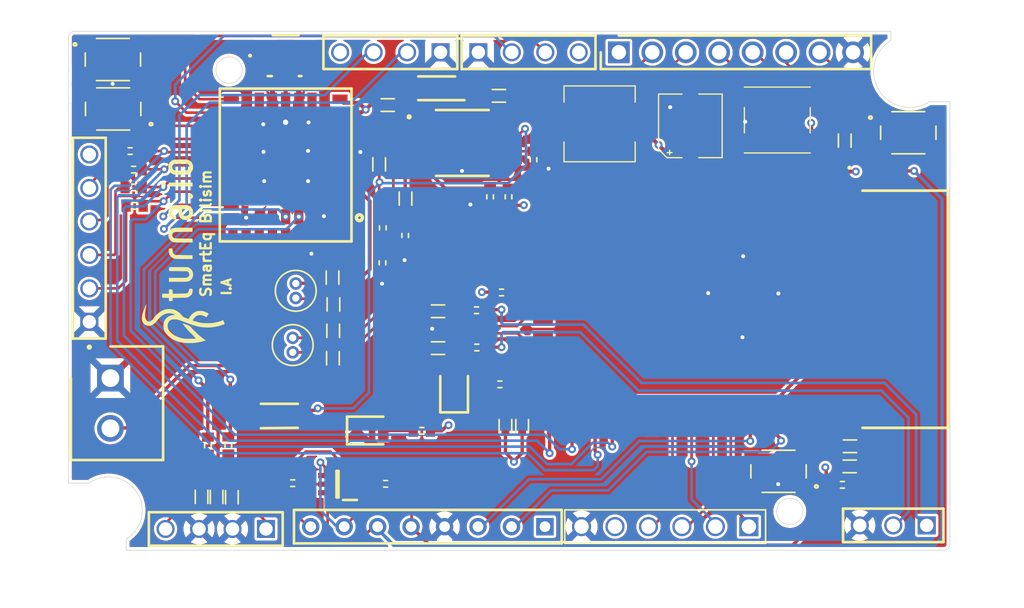
<source format=kicad_pcb>
(kicad_pcb (version 20230606) (generator pcbnew)
  (layers (0 "F.Cu" signal "Top Layer 1") (1 "In1.Cu" power "plane 2") (2 "In2.Cu" power "plane 1") (31 "B.Cu" signal "Bottom Layer 1") (34 "B.Paste" user "Bottom Paste") (35 "F.Paste" user "Top Paste") (36 "B.SilkS" user "Bottom Overlay") (37 "F.SilkS" user "Top Overlay") (38 "B.Mask" user "Bottom Solder") (39 "F.Mask" user "Top Solder") (44 "Edge.Cuts" user))
  (net 0 "")
  (net 1 "RGB LED")
  (net 2 "NINAB401-DTR")
  (net 3 "NINAB401-DSR")
  (net 4 "BLE NFC2")
  (net 5 "BLE NFC1")
  (net 6 "BLE IO 35")
  (net 7 "BLE IO34")
  (net 8 "BLE IO25")
  (net 9 "BLE IO24")
  (net 10 "USB_D_P")
  (net 11 "USB_D_N")
  (net 12 "U0TXD")
  (net 13 "U0RXD")
  (net 14 "TMS")
  (net 15 "TDO")
  (net 16 "TDI")
  (net 17 "TCK")
  (net 18 "I2C SDA")
  (net 19 "I2C SCL")
  (net 20 "GPIO10")
  (net 21 "GPIO9")
  (net 22 "GPIO5(A5)")
  (net 23 "GPIO3")
  (net 24 "ESP-GPIO4")
  (net 25 "X2")
  (net 26 "X1")
  (net 27 "TXD")
  (net 28 "SWITCH2")
  (net 29 "RXD")
  (net 30 "RTS")
  (net 31 "RESET")
  (net 32 "NINAB410-CTS")
  (net 33 "NINAB401-RTS")
  (net 34 "NetR32_2")
  (net 35 "NetR29_2")
  (net 36 "NetR28_1")
  (net 37 "NetR11_1")
  (net 38 "NetR10_2")
  (net 39 "NetJ2_05")
  (net 40 "NetJ2_04")
  (net 41 "NetJ2_03")
  (net 42 "NetJ2_02")
  (net 43 "NetJ1_3")
  (net 44 "NetD4_2")
  (net 45 "NetD2_2")
  (net 46 "NetD1_2")
  (net 47 "NetC29_2")
  (net 48 "NetC29_1")
  (net 49 "NetC26_2")
  (net 50 "NetC26_1")
  (net 51 "NetC6_1")
  (net 52 "NetC4_2")
  (net 53 "NetC3_2")
  (net 54 "NetC2_2")
  (net 55 "NetB1_24")
  (net 56 "NetB1_23")
  (net 57 "NetB1_22")
  (net 58 "NetB1_21")
  (net 59 "NetB1_1")
  (net 60 "GPIO0")
  (net 61 "GND")
  (net 62 "ENABLE")
  (net 63 "DTR")
  (net 64 "+VIN")
  (net 65 "+3V3")
  (footprint "PcbLib1.PcbLib:XTAL_ECS-3X8X" (layer "F.Cu") (at 132.30065 105.00248 90)
    (property "Reference" "Y1" hide)
    (property "Value" "32.768KHz" hide)
  )
  (footprint "Anchor.PcbLib:Res_0402" (layer "F.Cu") (at 127.18065 116.74248 90)
    (property "Reference" "R9" hide)
    (property "Value" "0R" hide)
  )
  (footprint "Anchor.PcbLib:Res_0402" (layer "F.Cu") (at 150.34399 95.05687 90)
    (property "Reference" "R32" hide)
    (property "Value" "200K" hide)
  )
  (footprint "Anchor.PcbLib:Header_4Ways_2x54_Male" (layer "F.Cu") (at 130.03899 123.08187 180)
    (property "Reference" "J3" hide)
    (property "Value" "DNP" hide)
  )
  (footprint "PcbLib1.PcbLib:2SS100LW" (layer "F.Cu") (at 131.05621 114.50722 180)
    (property "Reference" "D2" hide)
    (property "Value" "2SS100L-W" hide)
  )
  (footprint "Anchor.PcbLib:C_0402" (layer "F.Cu") (at 125.15065 120.64248 90)
    (property "Reference" "C4" hide)
    (property "Value" "330pF" hide)
  )
  (footprint "Anchor.PcbLib:Res_0402" (layer "F.Cu") (at 148.45015 97.8713 90)
    (property "Reference" "R30" hide)
    (property "Value" "124K" hide)
  )
  (footprint "Anchor.PcbLib:Res_0402" (layer "F.Cu") (at 147.05315 97.8713 90)
    (property "Reference" "R29" hide)
    (property "Value" "40.2K" hide)
  )
  (footprint "Anchor.PcbLib:C_0402" (layer "F.Cu") (at 135.14065 108.04248 90)
    (property "Reference" "C15" hide)
    (property "Value" "20pF" hide)
  )
  (footprint "Anchor.PcbLib:SKRPANE010" (layer "F.Cu") (at 168.94399 118.70687 180)
    (property "Reference" "S4" hide)
    (property "Value" "SKRPANE010" hide)
  )
  (footprint "Anchor.PcbLib:Res_0402" (layer "F.Cu") (at 119.99399 95.80687)
    (property "Reference" "R2" hide)
    (property "Value" "1K" hide)
  )
  (footprint "Anchor.PcbLib:YSPI0530-100M" (layer "F.Cu") (at 155.36065 92.207475 90)
    (property "Reference" "L1" hide)
    (property "Value" "10uH" hide)
  )
  (footprint "Anchor.PcbLib:XT100UF10V90RV0060" (layer "F.Cu") (at 162.25065 92.61248 180)
    (property "Reference" "C27" hide)
    (property "Value" "100uF" hide)
  )
  (footprint "PcbLib1.PcbLib:SODFL3618X143N" (layer "F.Cu") (at 142.99399 89.63187 180)
    (property "Reference" "D3" hide)
    (property "Value" "SS34FA" hide)
  )
  (footprint "Anchor.PcbLib:WS28128-B" (layer "F.Cu") (at 171.35065 94.54248 180)
    (property "Reference" "RGB LED 1" hide)
    (property "Value" "WS28128-B" hide)
  )
  (footprint "Anchor.PcbLib:Header_8ways_2x54" (layer "F.Cu") (at 156.82065 86.90248)
    (property "Reference" "J6" hide)
    (property "Value" "DNP" hide)
  )
  (footprint "Anchor.PcbLib:C_0402" (layer "F.Cu") (at 147.71899 90.20687)
    (property "Reference" "C26" hide)
    (property "Value" "0.1uF" hide)
  )
  (footprint "Anchor.PcbLib:C_0402" (layer "F.Cu") (at 174.34399 118.33187)
    (property "Reference" "C10" hide)
    (property "Value" "1uF/50V" hide)
  )
  (footprint "Anchor.PcbLib:Res_0402" (layer "F.Cu") (at 138.88121 102.88328 90)
    (property "Reference" "R31" hide)
    (property "Value" "2.2K" hide)
  )
  (footprint "Anchor.PcbLib:2x54 Header 8 pin" (layer "F.Cu") (at 142.32399 122.90687 180)
    (property "Reference" "J7" hide)
    (property "Value" "DNP" hide)
  )
  (footprint "Anchor.PcbLib:Res_0402" (layer "F.Cu") (at 139.11899 119.65687 180)
    (property "Reference" "R10" hide)
    (property "Value" "10K" hide)
  )
  (footprint "Anchor.PcbLib:Res_0402" (layer "F.Cu") (at 146.01899 106.48187 180)
    (property "Reference" "R16" hide)
    (property "Value" "22R" hide)
  )
  (footprint "Anchor.PcbLib:C_0402" (layer "F.Cu") (at 140.63121 98.00723 -90)
    (property "Reference" "C29" hide)
    (property "Value" "220pF" hide)
  )
  (footprint "Anchor.PcbLib:C_0402" (layer "F.Cu") (at 127.45065 120.67248 -90)
    (property "Reference" "C6" hide)
    (property "Value" "330pF" hide)
  )
  (footprint "Anchor.PcbLib:NCD0805R1" (layer "F.Cu") (at 137.94399 115.60687)
    (property "Reference" "LED2" hide)
    (property "Value" "NCD0805R1" hide)
  )
  (footprint "Anchor.PcbLib:C_0402" (layer "F.Cu") (at 174.36899 116.80687)
    (property "Reference" "C9" hide)
    (property "Value" "0.1uF" hide)
  )
  (footprint "Anchor.PcbLib:C_0402" (layer "F.Cu") (at 135.09065 104.00248 -90)
    (property "Reference" "C2" hide)
    (property "Value" "22pF" hide)
  )
  (footprint "Anchor.PcbLib:XTAL_ECS-3X8X" (layer "F.Cu") (at 132.06898 109.12494 90)
    (property "Reference" "Y2" hide)
    (property "Value" "32.768KHz" hide)
  )
  (footprint "Anchor.PcbLib:Res_0402" (layer "F.Cu") (at 132.06899 119.60687 180)
    (property "Reference" "R11" hide)
    (property "Value" "10K" hide)
  )
  (footprint "Anchor.PcbLib:C_0402" (layer "F.Cu") (at 148.21442 115.2738 90)
    (property "Reference" "C8" hide)
    (property "Value" "0.1uF" hide)
  )
  (footprint "Anchor.PcbLib:Res_0402" (layer "F.Cu") (at 147.79399 112.10687)
    (property "Reference" "R15" hide)
    (property "Value" "100R" hide)
  )
  (footprint "Anchor.PcbLib:Header_4Ways_2x54_Male" (layer "F.Cu") (at 146.16065 86.90248)
    (property "Reference" "J4" hide)
    (property "Value" "DNP" hide)
  )
  (footprint "Anchor.PcbLib:C_0402" (layer "F.Cu") (at 135.12065 110.12248 -90)
    (property "Reference" "C14" hide)
    (property "Value" "20pF" hide)
  )
  (footprint "Anchor.PcbLib:SKRPANE010" (layer "F.Cu") (at 118.42065 87.45248)
    (property "Reference" "S1" hide)
    (property "Value" "SKRPANE010" hide)
  )
  (footprint "Anchor.PcbLib:Res_0402" (layer "F.Cu") (at 119.72479 94.39827)
    (property "Reference" "R1" hide)
    (property "Value" "1K" hide)
  )
  (footprint "Anchor.PcbLib:Res_0402" (layer "F.Cu") (at 120.06899 98.55687)
    (property "Reference" "R4" hide)
    (property "Value" "1K" hide)
  )
  (footprint "Anchor.PcbLib:C_0402" (layer "F.Cu") (at 126.29065 120.65248 90)
    (property "Reference" "C5" hide)
    (property "Value" "DNP" hide)
  )
  (footprint "Anchor.PcbLib:C_0402" (layer "F.Cu") (at 138.63122 95.40722 90)
    (property "Reference" "C28" hide)
    (property "Value" "10uF" hide)
  )
  (footprint "Anchor.PcbLib:SKRPANE010" (layer "F.Cu") (at 118.44065 91.20248 180)
    (property "Reference" "S3" hide)
    (property "Value" "SKRPANE010" hide)
  )
  (footprint "Anchor.PcbLib:Header_1x6_2_54" (layer "F.Cu") (at 160.34065 122.90248 180)
    (property "Reference" "J8" hide)
    (property "Value" "DNP" hide)
  )
  (footprint "Anchor.PcbLib:Header_6Ways_2x54" (layer "F.Cu") (at 116.62983 101.00985 -90)
    (property "Reference" "J2" hide)
    (property "Value" "DNP" hide)
  )
  (footprint "PcbLib1.PcbLib:SHDR2W80P0X381_1X2_862X700X920P" (layer "F.Cu") (at 118.22983 111.63485 -90)
    (property "Reference" "J10" hide)
    (property "Value" "KF2EDGV-3.5-3.81" hide)
  )
  (footprint "Anchor.PcbLib:Header_3Ways_2x54" (layer "F.Cu") (at 180.19042 122.80981 90)
    (property "Reference" "J9" hide)
    (property "Value" "DNP" hide)
  )
  (footprint "PcbLib1.PcbLib:SOIC127P600X170-9N" (layer "F.Cu") (at 144.94399 93.78187)
    (property "Reference" "IC2" hide)
    (property "Value" "MP1584EN-LF-Z" hide)
  )
  (footprint "Logo.Preety:logo" (layer "F.Cu") (at 123.762086 102.013816 90)
    (property "Reference" "G***" hide)
    (property "Value" "LOGO" hide)
  )
  (footprint "Anchor.PcbLib:C_0402" (layer "F.Cu") (at 143.09899 106.55687)
    (property "Reference" "C11" hide)
    (property "Value" "20pF" hide)
  )
  (footprint "Anchor.PcbLib:C_0402" (layer "F.Cu") (at 139.28121 90.90722 180)
    (property "Reference" "C1" hide)
    (property "Value" "0.1uF" hide)
  )
  (footprint "Anchor.PcbLib:C_0402" (layer "F.Cu") (at 143.09899 109.35687)
    (property "Reference" "C12" hide)
    (property "Value" "20pF" hide)
  )
  (footprint "Anchor.PcbLib:Res_0402" (layer "F.Cu") (at 146.04399 109.30687 180)
    (property "Reference" "R14" hide)
    (property "Value" "22R" hide)
  )
  (footprint "Anchor.PcbLib:NCD0805R1" (layer "F.Cu") (at 144.31899 112.48187 90)
    (property "Reference" "LED1" hide)
    (property "Value" "NCD0805R1" hide)
  )
  (footprint "Anchor.PcbLib:Res_0402" (layer "F.Cu") (at 141.86899 115.63187)
    (property "Reference" "R27" hide)
    (property "Value" "510R" hide)
  )
  (footprint "Anchor.PcbLib:Res_0402" (layer "F.Cu") (at 125.63065 116.76248 90)
    (property "Reference" "R8" hide)
    (property "Value" "0R" hide)
  )
  (footprint "PcbLib1.PcbLib:ESP32S2WROOMIM22S2H3200UH3Q0" (layer "F.Cu") (at 166.31899 106.40687 -90)
    (property "Reference" "B1" hide)
    (property "Value" "ESP32-S2-WROOM-I_M22S2H3200UH3" hide)
  )
  (footprint "Anchor.PcbLib:Res_0402" (layer "F.Cu") (at 140.60622 100.80723 90)
    (property "Reference" "R33" hide)
    (property "Value" "68.1K" hide)
  )
  (footprint "Anchor.PcbLib:Res_0402" (layer "F.Cu") (at 173.79399 119.73187 180)
    (property "Reference" "R12" hide)
    (property "Value" "10K" hide)
  )
  (footprint "Anchor.PcbLib:Res_0402" (layer "F.Cu") (at 119.99399 97.15687)
    (property "Reference" "R3" hide)
    (property "Value" "1K" hide)
  )
  (footprint "PcbLib1.PcbLib:NINA_LGA67R_1160X1000X223_PIN - duplicate" (layer "F.Cu") (at 131.53121 95.53222 90)
    (property "Reference" "U1" hide)
    (property "Value" "NINA-B411" hide)
  )
  (footprint "Anchor.PcbLib:SKRPANE010" (layer "F.Cu") (at 178.79399 93.00687)
    (property "Reference" "S5" hide)
    (property "Value" "SKRPANE010" hide)
  )
  (footprint "PcbLib1.PcbLib:UFLRSMT10" (layer "F.Cu") (at 131.53121 87.15722)
    (property "Reference" "J1" hide)
    (property "Value" "U.FL-R-SMT_10" hide)
  )
  (footprint "Anchor.PcbLib:Header_4Ways_2x54_Male" (layer "F.Cu") (at 143.29065 86.90248 180)
    (property "Reference" "J5" hide)
    (property "Value" "DNP" hide)
  )
  (footprint "Anchor.PcbLib:MBT3904DW1T1G" (layer "F.Cu") (at 135.46899 119.68187 180)
    (property "Reference" "IC3" hide)
    (property "Value" "MBT3904DW1T1G" hide)
  )
  (footprint "Anchor.PcbLib:C_0402" (layer "F.Cu") (at 173.96899 93.60687 90)
    (property "Reference" "C13" hide)
    (property "Value" "0.1uF" hide)
  )
  (footprint "Anchor.PcbLib:Res_0402" (layer "F.Cu") (at 138.90621 100.23223 90)
    (property "Reference" "R28" hide)
    (property "Value" "100K" hide)
  )
  (footprint "Anchor.PcbLib:Res_0402" (layer "F.Cu") (at 147.91899 105.13187 180)
    (property "Reference" "R13" hide)
    (property "Value" "10K" hide)
  )
  (footprint "Anchor.PcbLib:C_0402" (layer "F.Cu") (at 135.16065 106.04248 90)
    (property "Reference" "C3" hide)
    (property "Value" "22pF" hide)
  )
  (footprint "Anchor.PcbLib:C_0402" (layer "F.Cu") (at 149.48442 115.2738 90)
    (property "Reference" "C7" hide)
    (property "Value" "22uF" hide)
  )
  (gr_line (start 181.9491 90.65683) (end 181.94909 124.259023) (stroke (width 0.05)) (layer "Edge.Cuts"))
  (gr_line (start 177.46774 85.9938) (end 177.468012 85.994905) (stroke (width 0.05)) (layer "Edge.Cuts"))
  (gr_line (start 115.0531 90.78654) (end 115.05334 85.77883) (stroke (width 0.05)) (layer "Edge.Cuts"))
  (gr_line (start 119.42659 123.8608) (end 119.435828 123.850502) (stroke (width 0.05)) (layer "Edge.Cuts"))
  (gr_arc (start 169.79842 122.75327) (mid 169.091336 122.460366) (end 168.79842 121.75327) (stroke (width 0.05)) (layer "Edge.Cuts"))
  (gr_line (start 115.52373 85.30568) (end 177.46774 85.30568) (stroke (width 0.05)) (layer "Edge.Cuts"))
  (gr_line (start 181.5061 124.70213) (end 119.42659 124.70202) (stroke (width 0.05)) (layer "Edge.Cuts"))
  (gr_line (start 177.46774 85.30568) (end 177.46774 85.9938) (stroke (width 0.05)) (layer "Edge.Cuts"))
  (gr_line (start 119.42659 124.70202) (end 119.42659 123.8608) (stroke (width 0.05)) (layer "Edge.Cuts"))
  (gr_arc (start 169.79842 120.75327) (mid 170.50555 121.046152) (end 170.79842 121.75327) (stroke (width 0.05)) (layer "Edge.Cuts"))
  (gr_arc (start 170.79842 121.75327) (mid 170.505528 122.460373) (end 169.79842 122.75327) (stroke (width 0.05)) (layer "Edge.Cuts"))
  (gr_line (start 126.242636 88.159948) (end 126.2404 88.25822) (stroke (width 0.05)) (layer "Edge.Cuts"))
  (gr_arc (start 128.2404 88.25822) (mid 127.94749 88.965283) (end 127.2404 89.25822) (stroke (width 0.05)) (layer "Edge.Cuts"))
  (gr_line (start 115.5271 85.30507) (end 115.52373 85.30568) (stroke (width 0.05)) (layer "Edge.Cuts"))
  (gr_arc (start 180.39448 90.656829) (mid 176.587933 89.79422) (end 177.465663 85.991131) (stroke (width 0.05)) (layer "Edge.Cuts"))
  (gr_arc (start 168.79842 121.75327) (mid 169.091315 121.046159) (end 169.79842 120.75325) (stroke (width 0.05)) (layer "Edge.Cuts"))
  (gr_line (start 116.6451 119.60447) (end 115.0531 119.60447) (stroke (width 0.05)) (layer "Edge.Cuts"))
  (gr_arc (start 127.2404 89.25822) (mid 126.533247 88.965347) (end 126.2404 88.25822) (stroke (width 0.05)) (layer "Edge.Cuts"))
  (gr_line (start 180.39448 90.65683) (end 181.9491 90.65683) (stroke (width 0.05)) (layer "Edge.Cuts"))
  (gr_arc (start 181.9491 124.259023) (mid 181.819371 124.572326) (end 181.5061 124.70213) (stroke (width 0.05)) (layer "Edge.Cuts"))
  (gr_arc (start 115.05334 85.77883) (mid 115.192086 85.443816) (end 115.5271 85.30507) (stroke (width 0.05)) (layer "Edge.Cuts"))
  (gr_line (start 116.745688 119.517706) (end 116.6451 119.60447) (stroke (width 0.05)) (layer "Edge.Cuts"))
  (gr_arc (start 116.745688 119.517706) (mid 120.259209 120.337759) (end 119.435828 123.850502) (stroke (width 0.05)) (layer "Edge.Cuts"))
  (gr_line (start 115.0531 119.60447) (end 115.0531 90.78654) (stroke (width 0.05)) (layer "Edge.Cuts"))
  (gr_arc (start 126.242636 88.159948) (mid 126.567094 87.515341) (end 127.240405 87.255642) (stroke (width 0.05)) (layer "Edge.Cuts"))
  (gr_arc (start 127.2404 87.25822) (mid 127.947525 87.551098) (end 128.2404 88.25822) (stroke (width 0.05)) (layer "Edge.Cuts"))
  (gr_text "SmartEq Bilisim" (at 125.952086 105.583816 90) (layer "F.SilkS") (effects (font (size 0.8 0.8) (thickness 0.175) bold) (justify left bottom)))
  (gr_text "I.A\n" (at 127.452086 105.453816 90) (layer "F.SilkS") (effects (font (size 0.7 0.7) (thickness 0.175) bold) (justify left bottom)))
  (segment (start 162.31899 97.18414) (end 164.09065 95.41248) (width 0.2) (layer "F.Cu") (net 1))
  (segment (start 162.31899 97.65687) (end 162.31899 97.18414) (width 0.2) (layer "F.Cu") (net 1))
  (segment (start 165.54065 90.39248) (end 166.40065 90.39248) (width 0.2) (layer "F.Cu") (net 1))
  (segment (start 164.09065 91.84248) (end 165.54065 90.39248) (width 0.2) (layer "F.Cu") (net 1))
  (segment (start 164.09065 95.41248) (end 164.09065 91.84248) (width 0.2) (layer "F.Cu") (net 1))
  (segment (start 127.40621 90.45723) (end 124.9927 90.45723) (width 0.2) (layer "F.Cu") (net 2))
  (segment (start 124.9927 90.45723) (end 123.90622 89.37074) (width 0.2) (layer "F.Cu") (net 2))
  (segment (start 123.90622 89.37074) (end 123.90622 86.85722) (width 0.2) (layer "F.Cu") (net 2))
  (segment (start 125.10376 85.65968) (end 149.97795 85.65968) (width 0.2) (layer "F.Cu") (net 2))
  (segment (start 149.97795 85.65968) (end 151.22075 86.90248) (width 0.2) (layer "F.Cu") (net 2))
  (segment (start 123.90622 86.85722) (end 125.10376 85.65968) (width 0.2) (layer "F.Cu") (net 2))
  (segment (start 151.22075 86.90248) (end 151.24065 86.90248) (width 0.2) (layer "F.Cu") (net 2))
  (segment (start 124.01049 91.48222) (end 127.38121 91.48222) (width 0.2) (layer "F.Cu") (net 3))
  (segment (start 127.38121 91.48222) (end 127.40621 91.45722) (width 0.2) (layer "F.Cu") (net 3))
  (segment (start 123.152086 90.623816) (end 124.01049 91.48222) (width 0.2) (layer "F.Cu") (net 3))
  (via (at 123.152086 90.623816) (size 0.6) (drill 0.3) (layers "F.Cu" "B.Cu") (net 3))
  (segment (start 126.84118 85.65968) (end 147.37795 85.65968) (width 0.2) (layer "B.Cu") (net 3))
  (segment (start 123.152086 89.348774) (end 126.84118 85.65968) (width 0.2) (layer "B.Cu") (net 3))
  (segment (start 148.62075 86.90248) (end 148.70065 86.90248) (width 0.2) (layer "B.Cu") (net 3))
  (segment (start 123.152086 90.623816) (end 123.152086 89.348774) (width 0.2) (layer "B.Cu") (net 3))
  (segment (start 147.37795 85.65968) (end 148.62075 86.90248) (width 0.2) (layer "B.Cu") (net 3))
  (segment (start 127.33121 115.94192) (end 127.18065 116.09248) (width 0.254) (layer "F.Cu") (net 4))
  (segment (start 127.33121 111.73223) (end 127.33121 115.94192) (width 0.254) (layer "F.Cu") (net 4))
  (via (at 132.53121 99.38222) (size 0.6) (drill 0.3) (layers "F.Cu" "B.Cu") (net 4))
  (via (at 127.33121 111.73223) (size 0.6) (drill 0.3) (layers "F.Cu" "B.Cu") (net 4))
  (segment (start 132.53121 99.38222) (end 131.58121 100.33222) (width 0.2) (layer "B.Cu") (net 4))
  (segment (start 131.58121 100.33222) (end 124.88121 100.33222) (width 0.2) (layer "B.Cu") (net 4))
  (segment (start 124.95621 110.63222) (end 126.23121 110.63222) (width 0.2) (layer "B.Cu") (net 4))
  (segment (start 121.63121 103.58223) (end 121.63121 107.30722) (width 0.2) (layer "B.Cu") (net 4))
  (segment (start 126.23121 110.63222) (end 127.33121 111.73223) (width 0.2) (layer "B.Cu") (net 4))
  (segment (start 124.88121 100.33222) (end 121.63121 103.58223) (width 0.2) (layer "B.Cu") (net 4))
  (segment (start 121.63121 107.30722) (end 124.95621 110.63222) (width 0.2) (layer "B.Cu") (net 4))
  (segment (start 125.62065 112.50853) (end 125.62065 116.10248) (width 0.254) (layer "F.Cu") (net 5))
  (segment (start 125.62065 116.10248) (end 125.63065 116.11248) (width 0.254) (layer "F.Cu") (net 5))
  (segment (start 124.91899 111.80687) (end 125.62065 112.50853) (width 0.254) (layer "F.Cu") (net 5))
  (via (at 131.53121 99.38222) (size 0.6) (drill 0.3) (layers "F.Cu" "B.Cu") (net 5))
  (via (at 124.91899 111.80687) (size 0.6) (drill 0.3) (layers "F.Cu" "B.Cu") (net 5))
  (segment (start 131.53121 99.38222) (end 130.98122 98.83223) (width 0.2) (layer "B.Cu") (net 5))
  (segment (start 120.78121 103.38223) (end 120.78121 107.66909) (width 0.2) (layer "B.Cu") (net 5))
  (segment (start 130.98122 98.83223) (end 125.33121 98.83223) (width 0.2) (layer "B.Cu") (net 5))
  (segment (start 125.33121 98.83223) (end 120.78121 103.38223) (width 0.2) (layer "B.Cu") (net 5))
  (segment (start 120.78121 107.66909) (end 124.91899 111.80687) (width 0.2) (layer "B.Cu") (net 5))
  (segment (start 123.14363 99.45723) (end 127.40621 99.45723) (width 0.2) (layer "F.Cu") (net 8))
  (segment (start 122.29399 100.30687) (end 123.14363 99.45723) (width 0.2) (layer "F.Cu") (net 8))
  (via (at 122.29399 100.30687) (size 0.6) (drill 0.3) (layers "F.Cu" "B.Cu") (net 8))
  (segment (start 122.29399 100.30687) (end 124.01899 98.58187) (width 0.2) (layer "B.Cu") (net 8))
  (segment (start 124.01899 92.44804) (end 125.75217 90.71487) (width 0.2) (layer "B.Cu") (net 8))
  (segment (start 125.75217 90.71487) (end 136.48857 90.71487) (width 0.2) (layer "B.Cu") (net 8))
  (segment (start 136.48857 90.71487) (end 140.30096 86.90248) (width 0.2) (layer "B.Cu") (net 8))
  (segment (start 140.30096 86.90248) (end 140.75065 86.90248) (width 0.2) (layer "B.Cu") (net 8))
  (segment (start 124.01899 98.58187) (end 124.01899 92.44804) (width 0.2) (layer "B.Cu") (net 8))
  (segment (start 127.38121 98.48223) (end 127.40621 98.45722) (width 0.2) (layer "F.Cu") (net 9))
  (segment (start 123.11863 98.48223) (end 127.38121 98.48223) (width 0.2) (layer "F.Cu") (net 9))
  (segment (start 122.24399 99.35687) (end 123.11863 98.48223) (width 0.2) (layer "F.Cu") (net 9))
  (via (at 122.24399 99.35687) (size 0.6) (drill 0.3) (layers "F.Cu" "B.Cu") (net 9))
  (segment (start 124.99785 90.153) (end 134.51043 90.153) (width 0.2) (layer "B.Cu") (net 9))
  (segment (start 123.46899 91.68187) (end 124.99785 90.153) (width 0.2) (layer "B.Cu") (net 9))
  (segment (start 123.46899 98.13187) (end 123.46899 91.68187) (width 0.2) (layer "B.Cu") (net 9))
  (segment (start 134.51043 90.153) (end 137.76095 86.90248) (width 0.2) (layer "B.Cu") (net 9))
  (segment (start 122.24399 99.35687) (end 123.46899 98.13187) (width 0.2) (layer "B.Cu") (net 9))
  (segment (start 137.76095 86.90248) (end 138.21065 86.90248) (width 0.2) (layer "B.Cu") (net 9))
  (segment (start 146.71899 109.28187) (end 147.91899 109.28187) (width 0.254) (layer "F.Cu") (net 10))
  (segment (start 146.69399 109.30687) (end 146.71899 109.28187) (width 0.254) (layer "F.Cu") (net 10))
  (via (at 147.91899 109.28187) (size 0.6) (drill 0.3) (layers "F.Cu" "B.Cu") (net 10))
  (segment (start 147.91899 109.28187) (end 147.91899 108.27097) (width 0.211) (layer "B.Cu") (net 10))
  (segment (start 153.89217 108.14737) (end 158.32703 112.58223) (width 0.211) (layer "B.Cu") (net 10))
  (segment (start 176.75492 112.58223) (end 178.80621 114.63352) (width 0.211) (layer "B.Cu") (net 10))
  (segment (start 158.32703 112.58223) (end 176.75492 112.58223) (width 0.211) (layer "B.Cu") (net 10))
  (segment (start 148.04259 108.14737) (end 153.89217 108.14737) (width 0.211) (layer "B.Cu") (net 10))
  (segment (start 178.80621 121.79607) (end 178.80621 114.63352) (width 0.211) (layer "B.Cu") (net 10))
  (segment (start 177.65042 122.80981) (end 177.79248 122.80981) (width 0.211) (layer "B.Cu") (net 10))
  (segment (start 147.91899 108.27097) (end 148.04259 108.14737) (width 0.211) (layer "B.Cu") (net 10))
  (segment (start 177.79248 122.80981) (end 178.80621 121.79607) (width 0.211) (layer "B.Cu") (net 10))
  (segment (start 146.66899 106.48187) (end 146.71899 106.43187) (width 0.254) (layer "F.Cu") (net 11))
  (segment (start 146.71899 106.43187) (end 147.91899 106.43187) (width 0.254) (layer "F.Cu") (net 11))
  (via (at 147.91899 106.43187) (size 0.6) (drill 0.3) (layers "F.Cu" "B.Cu") (net 11))
  (segment (start 176.99558 112.00123) (end 179.38721 114.39286) (width 0.211) (layer "B.Cu") (net 11))
  (segment (start 179.38721 122.13131) (end 179.48622 122.23031) (width 0.211) (layer "B.Cu") (net 11))
  (segment (start 179.48622 122.23031) (end 179.61092 122.23031) (width 0.211) (layer "B.Cu") (net 11))
  (segment (start 147.91899 107.44277) (end 148.04259 107.56637) (width 0.211) (layer "B.Cu") (net 11))
  (segment (start 158.56769 112.00123) (end 176.99558 112.00123) (width 0.211) (layer "B.Cu") (net 11))
  (segment (start 148.04259 107.56637) (end 154.13283 107.56637) (width 0.211) (layer "B.Cu") (net 11))
  (segment (start 179.38721 122.13131) (end 179.38721 114.39286) (width 0.211) (layer "B.Cu") (net 11))
  (segment (start 147.91899 107.44277) (end 147.91899 106.43187) (width 0.211) (layer "B.Cu") (net 11))
  (segment (start 179.61092 122.23031) (end 180.19042 122.80981) (width 0.211) (layer "B.Cu") (net 11))
  (segment (start 154.13283 107.56637) (end 158.56769 112.00123) (width 0.211) (layer "B.Cu") (net 11))
  (segment (start 166.79399 115.18187) (end 166.81899 115.15687) (width 0.254) (layer "F.Cu") (net 12))
  (segment (start 166.79399 116.40687) (end 166.79399 115.18187) (width 0.254) (layer "F.Cu") (net 12))
  (via (at 166.79399 116.40687) (size 0.6) (drill 0.3) (layers "F.Cu" "B.Cu") (net 12))
  (segment (start 150.00281 119.30687) (end 155.46899 119.30687) (width 0.2) (layer "B.Cu") (net 12))
  (segment (start 146.40281 122.90687) (end 150.00281 119.30687) (width 0.2) (layer "B.Cu") (net 12))
  (segment (start 155.46899 119.30687) (end 158.36899 116.40687) (width 0.2) (layer "B.Cu") (net 12))
  (segment (start 158.36899 116.40687) (end 166.79399 116.40687) (width 0.2) (layer "B.Cu") (net 12))
  (segment (start 146.13399 122.90687) (end 146.40281 122.90687) (width 0.2) (layer "B.Cu") (net 12))
  (segment (start 169.06764 116.31753) (end 169.13384 116.38373) (width 0.254) (layer "F.Cu") (net 13))
  (segment (start 168.31899 115.45687) (end 168.31899 115.15687) (width 0.254) (layer "F.Cu") (net 13))
  (segment (start 169.06764 116.31753) (end 169.06764 116.20552) (width 0.254) (layer "F.Cu") (net 13))
  (segment (start 168.31899 115.45687) (end 169.06764 116.20552) (width 0.254) (layer "F.Cu") (net 13))
  (via (at 169.13384 116.38373) (size 0.6) (drill 0.3) (layers "F.Cu" "B.Cu") (net 13))
  (segment (start 168.1702 117.23187) (end 168.31899 117.08308) (width 0.2) (layer "B.Cu") (net 13))
  (segment (start 148.94281 122.90687) (end 151.69281 120.15687) (width 0.2) (layer "B.Cu") (net 13))
  (segment (start 151.69281 120.15687) (end 155.99399 120.15687) (width 0.2) (layer "B.Cu") (net 13))
  (segment (start 155.99399 120.15687) (end 158.91899 117.23187) (width 0.2) (layer "B.Cu") (net 13))
  (segment (start 168.4345 117.08308) (end 169.13384 116.38373) (width 0.2) (layer "B.Cu") (net 13))
  (segment (start 148.67399 122.90687) (end 148.94281 122.90687) (width 0.2) (layer "B.Cu") (net 13))
  (segment (start 168.31899 117.08308) (end 168.4345 117.08308) (width 0.2) (layer "B.Cu") (net 13))
  (segment (start 158.91899 117.23187) (end 168.1702 117.23187) (width 0.2) (layer "B.Cu") (net 13))
  (segment (start 165.31899 115.15687) (end 165.31899 121.274) (width 0.2) (layer "F.Cu") (net 14))
  (segment (start 166.69065 122.64566) (end 166.69065 122.90248) (width 0.2) (layer "F.Cu") (net 14))
  (segment (start 165.31899 121.274) (end 166.69065 122.64566) (width 0.2) (layer "F.Cu") (net 14))
  (segment (start 162.31899 115.15687) (end 162.34399 115.18187) (width 0.254) (layer "F.Cu") (net 15))
  (segment (start 162.34399 117.95687) (end 162.34399 115.18187) (width 0.2) (layer "F.Cu") (net 15))
  (via (at 162.34399 117.95687) (size 0.6) (drill 0.3) (layers "F.Cu" "B.Cu") (net 15))
  (segment (start 164.15065 122.64566) (end 164.15065 122.90248) (width 0.2) (layer "B.Cu") (net 15))
  (segment (start 162.34399 117.95687) (end 162.34399 120.839) (width 0.2) (layer "B.Cu") (net 15))
  (segment (start 162.34399 120.839) (end 164.15065 122.64566) (width 0.2) (layer "B.Cu") (net 15))
  (segment (start 162.01065 122.90248) (end 163.99399 120.91914) (width 0.2) (layer "F.Cu") (net 16))
  (segment (start 161.61065 122.90248) (end 162.01065 122.90248) (width 0.2) (layer "F.Cu") (net 16))
  (segment (start 163.99399 115.33187) (end 163.81899 115.15687) (width 0.2) (layer "F.Cu") (net 16))
  (segment (start 163.99399 120.91914) (end 163.99399 115.33187) (width 0.2) (layer "F.Cu") (net 16))
  (segment (start 160.89399 121.37187) (end 160.89399 115.23187) (width 0.2) (layer "F.Cu") (net 17))
  (segment (start 159.36338 122.90248) (end 160.89399 121.37187) (width 0.2) (layer "F.Cu") (net 17))
  (segment (start 159.07065 122.90248) (end 159.36338 122.90248) (width 0.2) (layer "F.Cu") (net 17))
  (segment (start 160.89399 115.23187) (end 160.81899 115.15687) (width 0.2) (layer "F.Cu") (net 17))
  (segment (start 172.99065 94.02248) (end 172.99065 87.83248) (width 0.2) (layer "F.Cu") (net 18))
  (segment (start 169.81899 97.65687) (end 169.81899 97.19414) (width 0.2) (layer "F.Cu") (net 18))
  (segment (start 172.99065 87.83248) (end 172.06065 86.90248) (width 0.2) (layer "F.Cu") (net 18))
  (segment (start 169.81899 97.19414) (end 172.99065 94.02248) (width 0.2) (layer "F.Cu") (net 18))
  (segment (start 168.31899 97.65687) (end 168.31899 96.79414) (width 0.2) (layer "F.Cu") (net 19))
  (segment (start 170.04065 95.07248) (end 170.04065 88.22248) (width 0.2) (layer "F.Cu") (net 19))
  (segment (start 170.04065 88.22248) (end 169.52065 87.70248) (width 0.2) (layer "F.Cu") (net 19))
  (segment (start 168.31899 96.79414) (end 170.04065 95.07248) (width 0.2) (layer "F.Cu") (net 19))
  (segment (start 169.52065 87.70248) (end 169.52065 86.90248) (width 0.2) (layer "F.Cu") (net 19))
  (segment (start 156.28065 96.55248) (end 155.12065 95.39248) (width 0.2) (layer "F.Cu") (net 20))
  (segment (start 157.61065 88.65248) (end 159.36065 86.90248) (width 0.2) (layer "F.Cu") (net 20))
  (segment (start 156.31899 97.65687) (end 156.28065 97.61853) (width 0.2) (layer "F.Cu") (net 20))
  (segment (start 156.70065 88.65248) (end 157.61065 88.65248) (width 0.2) (layer "F.Cu") (net 20))
  (segment (start 156.28065 97.61853) (end 156.28065 96.55248) (width 0.2) (layer "F.Cu") (net 20))
  (segment (start 155.12065 95.39248) (end 155.12065 90.23248) (width 0.2) (layer "F.Cu") (net 20))
  (segment (start 155.12065 90.23248) (end 156.70065 88.65248) (width 0.2) (layer "F.Cu") (net 20))
  (segment (start 157.00065 89.40248) (end 159.40065 89.40248) (width 0.171) (layer "F.Cu") (net 21))
  (segment (start 155.97065 95.04666) (end 155.97065 90.43248) (width 0.171) (layer "F.Cu") (net 21))
  (segment (start 157.81899 97.65687) (end 157.67453 97.51241) (width 0.171) (layer "F.Cu") (net 21))
  (segment (start 159.40065 89.40248) (end 161.90242 86.90071) (width 0.171) (layer "F.Cu") (net 21))
  (segment (start 155.97065 90.43248) (end 157.00065 89.40248) (width 0.171) (layer "F.Cu") (net 21))
  (segment (start 157.67453 97.51241) (end 157.67453 96.75054) (width 0.171) (layer "F.Cu") (net 21))
  (segment (start 157.67453 96.75054) (end 155.97065 95.04666) (width 0.171) (layer "F.Cu") (net 21))
  (segment (start 161.90242 86.90071) (end 161.90242 86.74181) (width 0.171) (layer "F.Cu") (net 21))
  (segment (start 166.81899 97.01414) (end 169.38065 94.45248) (width 0.2) (layer "F.Cu") (net 23))
  (segment (start 166.70583 87.3754) (end 166.70585 87.37534) (width 0.2) (layer "F.Cu") (net 23))
  (segment (start 169.38065 94.45248) (end 169.38065 89.14004) (width 0.2) (layer "F.Cu") (net 23))
  (segment (start 167.14309 86.90248) (end 166.98065 86.90248) (width 0.2) (layer "F.Cu") (net 23))
  (segment (start 166.81899 97.65687) (end 166.81899 97.01414) (width 0.2) (layer "F.Cu") (net 23))
  (segment (start 169.38065 89.14004) (end 167.14309 86.90248) (width 0.2) (layer "F.Cu") (net 23))
  (arc (start 166.705826 87.375392) (mid 166.705429 87.376312) (end 166.705026 87.37723) (width 0.2) (layer "F.Cu") (net 23))
  (arc (start 166.70585 87.375336) (mid 166.705838 87.375364) (end 166.705826 87.375391) (width 0.2) (layer "F.Cu") (net 23))
  (segment (start 168.52065 89.47165) (end 167.30622 88.25722) (width 0.2) (layer "F.Cu") (net 24))
  (segment (start 167.30622 88.25722) (end 165.79539 88.25722) (width 0.2) (layer "F.Cu") (net 24))
  (segment (start 165.31899 97.65687) (end 165.31899 97.44414) (width 0.2) (layer "F.Cu") (net 24))
  (segment (start 165.31899 97.44414) (end 168.52065 94.24248) (width 0.2) (layer "F.Cu") (net 24))
  (segment (start 168.52065 94.24248) (end 168.52065 89.47165) (width 0.2) (layer "F.Cu") (net 24))
  (segment (start 165.79539 88.25722) (end 164.44065 86.90248) (width 0.2) (layer "F.Cu") (net 24))
  (segment (start 143.40626 102.65687) (end 151.06899 102.65687) (width 0.2) (layer "F.Cu") (net 25))
  (segment (start 136.37065 109.69248) (end 143.40626 102.65687) (width 0.2) (layer "F.Cu") (net 25))
  (segment (start 132.06898 109.67493) (end 135.1031 109.67493) (width 0.2) (layer "F.Cu") (net 25))
  (segment (start 135.1031 109.67493) (end 135.12065 109.69248) (width 0.2) (layer "F.Cu") (net 25))
  (segment (start 135.12065 109.69248) (end 136.37065 109.69248) (width 0.2) (layer "F.Cu") (net 25))
  (segment (start 144.10626 101.15687) (end 151.06899 101.15687) (width 0.2) (layer "F.Cu") (net 26))
  (segment (start 132.06898 108.57494) (end 135.03818 108.57494) (width 0.2) (layer "F.Cu") (net 26))
  (segment (start 136.79066 108.47247) (end 144.10626 101.15687) (width 0.2) (layer "F.Cu") (net 26))
  (segment (start 135.14065 108.47247) (end 136.79066 108.47247) (width 0.2) (layer "F.Cu") (net 26))
  (segment (start 135.03818 108.57494) (end 135.14065 108.47247) (width 0.2) (layer "F.Cu") (net 26))
  (segment (start 122.89363 96.48222) (end 127.38121 96.48222) (width 0.2) (layer "F.Cu") (net 27))
  (segment (start 120.64399 97.15687) (end 120.66899 97.13187) (width 0.2) (layer "F.Cu") (net 27))
  (segment (start 151.56899 117.33187) (end 151.56899 116.25687) (width 0.254) (layer "F.Cu") (net 27))
  (segment (start 120.66899 97.13187) (end 122.24399 97.13187) (width 0.2) (layer "F.Cu") (net 27))
  (segment (start 122.24399 97.13187) (end 122.89363 96.48222) (width 0.2) (layer "F.Cu") (net 27))
  (segment (start 151.55483 116.24271) (end 151.56899 116.25687) (width 0.254) (layer "F.Cu") (net 27))
  (segment (start 127.38121 96.48222) (end 127.40621 96.45722) (width 0.2) (layer "F.Cu") (net 27))
  (segment (start 151.55483 115.42102) (end 151.81899 115.15687) (width 0.254) (layer "F.Cu") (net 27))
  (segment (start 151.55483 116.24271) (end 151.55483 115.42102) (width 0.254) (layer "F.Cu") (net 27))
  (via (at 151.56899 117.33187) (size 0.6) (drill 0.3) (layers "F.Cu" "B.Cu") (net 27))
  (via (at 122.24399 97.13187) (size 0.6) (drill 0.3) (layers "F.Cu" "B.Cu") (net 27))
  (segment (start 119.25999 108.41316) (end 127.2247 116.37787) (width 0.2) (layer "B.Cu") (net 27))
  (segment (start 120.49399 98.58187) (end 120.79399 98.58187) (width 0.2) (layer "B.Cu") (net 27))
  (segment (start 120.79399 98.58187) (end 122.24399 97.13187) (width 0.2) (layer "B.Cu") (net 27))
  (segment (start 127.2247 116.37787) (end 150.61499 116.37787) (width 0.2) (layer "B.Cu") (net 27))
  (segment (start 150.61499 116.37787) (end 151.56899 117.33187) (width 0.2) (layer "B.Cu") (net 27))
  (segment (start 119.25999 98.75566) (end 119.40878 98.60687) (width 0.2) (layer "B.Cu") (net 27))
  (segment (start 120.46899 98.60687) (end 120.49399 98.58187) (width 0.2) (layer "B.Cu") (net 27))
  (segment (start 119.25999 108.41316) (end 119.25999 98.75566) (width 0.2) (layer "B.Cu") (net 27))
  (segment (start 119.40878 98.60687) (end 120.46899 98.60687) (width 0.2) (layer "B.Cu") (net 27))
  (segment (start 116.35065 86.37248) (end 116.34565 86.37748) (width 0.2) (layer "F.Cu") (net 28))
  (segment (start 127.40621 92.45722) (end 127.38121 92.48223) (width 0.2) (layer "F.Cu") (net 28))
  (segment (start 127.38121 92.48223) (end 122.24196 92.48223) (width 0.2) (layer "F.Cu") (net 28))
  (segment (start 122.24196 92.48223) (end 121.71065 91.95092) (width 0.2) (layer "F.Cu") (net 28))
  (segment (start 121.13065 86.37248) (end 116.35065 86.37248) (width 0.2) (layer "F.Cu") (net 28))
  (segment (start 121.71065 91.95092) (end 121.71065 86.95248) (width 0.2) (layer "F.Cu") (net 28))
  (segment (start 121.71065 86.95248) (end 121.13065 86.37248) (width 0.2) (layer "F.Cu") (net 28))
  (segment (start 120.96899 98.20687) (end 122.26899 98.20687) (width 0.2) (layer "F.Cu") (net 29))
  (segment (start 122.26899 98.20687) (end 122.99363 97.48223) (width 0.2) (layer "F.Cu") (net 29))
  (segment (start 122.99363 97.48223) (end 127.38121 97.48223) (width 0.2) (layer "F.Cu") (net 29))
  (segment (start 153.26899 117.03187) (end 153.26899 115.20687) (width 0.254) (layer "F.Cu") (net 29))
  (segment (start 120.71899 98.55687) (end 120.71899 98.45687) (width 0.2) (layer "F.Cu") (net 29))
  (segment (start 127.38121 97.48223) (end 127.40621 97.45722) (width 0.2) (layer "F.Cu") (net 29))
  (segment (start 153.26899 115.20687) (end 153.31899 115.15687) (width 0.254) (layer "F.Cu") (net 29))
  (segment (start 120.71899 98.45687) (end 120.96899 98.20687) (width 0.2) (layer "F.Cu") (net 29))
  (via (at 122.26899 98.20687) (size 0.6) (drill 0.3) (layers "F.Cu" "B.Cu") (net 29))
  (via (at 153.26899 117.03187) (size 0.6) (drill 0.3) (layers "F.Cu" "B.Cu") (net 29))
  (segment (start 119.76799 99.73066) (end 119.91678 99.58187) (width 0.2) (layer "B.Cu") (net 29))
  (segment (start 120.89399 99.58187) (end 122.26899 98.20687) (width 0.2) (layer "B.Cu") (net 29))
  (segment (start 119.76799 108.03298) (end 127.65887 115.92387) (width 0.2) (layer "B.Cu") (net 29))
  (segment (start 152.31899 117.03187) (end 153.26899 117.03187) (width 0.2) (layer "B.Cu") (net 29))
  (segment (start 119.76799 108.03298) (end 119.76799 99.73066) (width 0.2) (layer "B.Cu") (net 29))
  (segment (start 151.21099 115.92387) (end 152.31899 117.03187) (width 0.2) (layer "B.Cu") (net 29))
  (segment (start 119.91678 99.58187) (end 120.89399 99.58187) (width 0.2) (layer "B.Cu") (net 29))
  (segment (start 127.65887 115.92387) (end 151.21099 115.92387) (width 0.2) (layer "B.Cu") (net 29))
  (segment (start 137.37012 121.51074) (end 138.59612 121.51074) (width 0.2) (layer "F.Cu") (net 30))
  (segment (start 134.51899 119.03187) (end 134.51899 118.38187) (width 0.2) (layer "F.Cu") (net 30))
  (segment (start 134.16899 118.03187) (end 134.51899 118.38187) (width 0.2) (layer "F.Cu") (net 30))
  (segment (start 139.76899 120.33787) (end 139.76899 119.65687) (width 0.2) (layer "F.Cu") (net 30))
  (segment (start 135.97399 122.90687) (end 137.37012 121.51074) (width 0.2) (layer "F.Cu") (net 30))
  (segment (start 138.59612 121.51074) (end 139.76899 120.33787) (width 0.2) (layer "F.Cu") (net 30))
  (via (at 134.16899 118.03187) (size 0.6) (drill 0.3) (layers "F.Cu" "B.Cu") (net 30))
  (segment (start 134.16899 121.65688) (end 134.16899 118.03187) (width 0.2) (layer "B.Cu") (net 30))
  (segment (start 134.16899 121.65688) (end 135.34851 122.83641) (width 0.2) (layer "B.Cu") (net 30))
  (segment (start 135.90353 122.83641) (end 135.97399 122.90687) (width 0.2) (layer "B.Cu") (net 30))
  (segment (start 135.34851 122.83641) (end 135.90353 122.83641) (width 0.2) (layer "B.Cu") (net 30))
  (segment (start 127.38121 93.48223) (end 127.40621 93.45722) (width 0.2) (layer "F.Cu") (net 31))
  (segment (start 121.40802 92.30985) (end 122.5804 93.48223) (width 0.2) (layer "F.Cu") (net 31))
  (segment (start 122.5804 93.48223) (end 127.38121 93.48223) (width 0.2) (layer "F.Cu") (net 31))
  (segment (start 116.39802 92.30985) (end 121.40802 92.30985) (width 0.2) (layer "F.Cu") (net 31))
  (segment (start 116.36565 92.27748) (end 116.39802 92.30985) (width 0.2) (layer "F.Cu") (net 31))
  (segment (start 156.31899 116.83187) (end 156.31899 115.15687) (width 0.254) (layer "F.Cu") (net 32))
  (segment (start 127.38121 95.48222) (end 127.40621 95.45722) (width 0.2) (layer "F.Cu") (net 32))
  (segment (start 156.31899 115.15687) (end 156.31899 115.15687) (width 0.254) (layer "F.Cu") (net 32))
  (segment (start 122.43968 95.78187) (end 122.73932 95.48222) (width 0.2) (layer "F.Cu") (net 32))
  (segment (start 120.64399 95.80687) (end 120.66899 95.78187) (width 0.2) (layer "F.Cu") (net 32))
  (segment (start 122.73932 95.48222) (end 127.38121 95.48222) (width 0.2) (layer "F.Cu") (net 32))
  (segment (start 120.66899 95.78187) (end 122.43968 95.78187) (width 0.2) (layer "F.Cu") (net 32))
  (via (at 156.31899 116.83187) (size 0.6) (drill 0.3) (layers "F.Cu" "B.Cu") (net 32))
  (via (at 122.31899 95.78187) (size 0.6) (drill 0.3) (layers "F.Cu" "B.Cu") (net 32))
  (segment (start 118.90078 97.75687) (end 120.34399 97.75687) (width 0.2) (layer "B.Cu") (net 32))
  (segment (start 156.00184 116.53672) (end 156.29699 116.83187) (width 0.2) (layer "B.Cu") (net 32))
  (segment (start 156.29699 116.83187) (end 156.31899 116.83187) (width 0.2) (layer "B.Cu") (net 32))
  (segment (start 151.37327 118.15723) (end 153.21863 118.15723) (width 0.2) (layer "B.Cu") (net 32))
  (segment (start 118.75199 108.79334) (end 118.75199 97.90566) (width 0.2) (layer "B.Cu") (net 32))
  (segment (start 120.34399 97.75687) (end 122.31899 95.78187) (width 0.2) (layer "B.Cu") (net 32))
  (segment (start 153.21863 118.15723) (end 154.83914 116.53672) (width 0.2) (layer "B.Cu") (net 32))
  (segment (start 118.75199 108.79334) (end 126.79052 116.83187) (width 0.2) (layer "B.Cu") (net 32))
  (segment (start 150.04791 116.83187) (end 151.37327 118.15723) (width 0.2) (layer "B.Cu") (net 32))
  (segment (start 154.83914 116.53672) (end 156.00184 116.53672) (width 0.2) (layer "B.Cu") (net 32))
  (segment (start 126.79052 116.83187) (end 150.04791 116.83187) (width 0.2) (layer "B.Cu") (net 32))
  (segment (start 118.75199 97.90566) (end 118.90078 97.75687) (width 0.2) (layer "B.Cu") (net 32))
  (segment (start 155.21899 117.45201) (end 155.21899 117.35838) (width 0.254) (layer "F.Cu") (net 33))
  (segment (start 127.38121 94.48223) (end 127.40621 94.45723) (width 0.2) (layer "F.Cu") (net 33))
  (segment (start 122.3041 94.39827) (end 122.38805 94.48223) (width 0.2) (layer "F.Cu") (net 33))
  (segment (start 122.38805 94.48223) (end 127.38121 94.48223) (width 0.2) (layer "F.Cu") (net 33))
  (segment (start 155.01899 117.15838) (end 155.21899 117.35838) (width 0.254) (layer "F.Cu") (net 33))
  (segment (start 154.81899 115.15687) (end 155.01899 115.35687) (width 0.254) (layer "F.Cu") (net 33))
  (segment (start 120.37479 94.39827) (end 122.3041 94.39827) (width 0.2) (layer "F.Cu") (net 33))
  (segment (start 155.01899 117.15838) (end 155.01899 115.35687) (width 0.254) (layer "F.Cu") (net 33))
  (via (at 155.21899 117.45201) (size 0.6) (drill 0.3) (layers "F.Cu" "B.Cu") (net 33))
  (via (at 122.3041 94.39827) (size 0.6) (drill 0.3) (layers "F.Cu" "B.Cu") (net 33))
  (segment (start 126.49867 117.33187) (end 149.90586 117.33187) (width 0.2) (layer "B.Cu") (net 33))
  (segment (start 154.91583 118.61701) (end 155.21899 118.31385) (width 0.2) (layer "B.Cu") (net 33))
  (segment (start 118.24399 109.07719) (end 126.49867 117.33187) (width 0.2) (layer "B.Cu") (net 33))
  (segment (start 118.24399 109.07719) (end 118.24399 97.33187) (width 0.2) (layer "B.Cu") (net 33))
  (segment (start 149.90586 117.33187) (end 151.191 118.61701) (width 0.2) (layer "B.Cu") (net 33))
  (segment (start 119.6705 97.03187) (end 122.3041 94.39827) (width 0.2) (layer "B.Cu") (net 33))
  (segment (start 118.54399 97.03187) (end 119.6705 97.03187) (width 0.2) (layer "B.Cu") (net 33))
  (segment (start 118.24399 97.33187) (end 118.54399 97.03187) (width 0.2) (layer "B.Cu") (net 33))
  (segment (start 155.21899 118.31385) (end 155.21899 117.45201) (width 0.2) (layer "B.Cu") (net 33))
  (segment (start 151.191 118.61701) (end 154.91583 118.61701) (width 0.2) (layer "B.Cu") (net 33))
  (segment (start 147.41899 94.41687) (end 147.42399 94.41187) (width 0.2) (layer "F.Cu") (net 34))
  (segment (start 150.33899 94.41187) (end 150.34399 94.40687) (width 0.2) (layer "F.Cu") (net 34))
  (segment (start 147.42399 94.41187) (end 150.33899 94.41187) (width 0.2) (layer "F.Cu") (net 34))
  (segment (start 143.63221 97.2213) (end 147.05315 97.2213) (width 0.254) (layer "F.Cu") (net 35))
  (segment (start 142.46899 95.68687) (end 142.74599 95.68687) (width 0.254) (layer "F.Cu") (net 35))
  (segment (start 142.74599 95.68687) (end 142.91899 95.85987) (width 0.254) (layer "F.Cu") (net 35))
  (segment (start 147.05315 97.2213) (end 148.45015 97.2213) (width 0.254) (layer "F.Cu") (net 35))
  (segment (start 142.91899 96.50808) (end 143.63221 97.2213) (width 0.254) (layer "F.Cu") (net 35))
  (segment (start 142.91899 96.50808) (end 142.91899 95.85987) (width 0.254) (layer "F.Cu") (net 35))
  (segment (start 138.93121 102.18328) (end 138.93121 100.90723) (width 0.254) (layer "F.Cu") (net 36))
  (segment (start 138.88121 102.23328) (end 139.55822 102.23328) (width 0.2) (layer "F.Cu") (net 36))
  (segment (start 139.55822 102.23328) (end 139.70621 102.08528) (width 0.2) (layer "F.Cu") (net 36))
  (segment (start 138.90621 100.88223) (end 138.93121 100.90723) (width 0.254) (layer "F.Cu") (net 36))
  (segment (start 139.70621 94.69364) (end 141.25299 93.14687) (width 0.2) (layer "F.Cu") (net 36))
  (segment (start 138.88121 102.23328) (end 138.93121 102.18328) (width 0.254) (layer "F.Cu") (net 36))
  (segment (start 141.25299 93.14687) (end 142.46899 93.14687) (width 0.2) (layer "F.Cu") (net 36))
  (segment (start 139.70621 102.08528) (end 139.70621 94.69364) (width 0.2) (layer "F.Cu") (net 36))
  (segment (start 132.71899 119.60687) (end 132.797 119.68487) (width 0.2) (layer "F.Cu") (net 37))
  (segment (start 132.797 119.68487) (end 133.32846 119.68487) (width 0.2) (layer "F.Cu") (net 37))
  (segment (start 133.32846 119.68487) (end 133.32846 119.68488) (width 0.2) (layer "F.Cu") (net 37))
  (segment (start 133.32846 119.68488) (end 134.12099 119.68488) (width 0.2) (layer "F.Cu") (net 37))
  (segment (start 134.12099 119.68488) (end 134.51899 119.68187) (width 0.2) (layer "F.Cu") (net 37))
  (segment (start 138.44398 119.68187) (end 138.46899 119.65687) (width 0.254) (layer "F.Cu") (net 38))
  (segment (start 136.41899 119.68187) (end 138.44398 119.68187) (width 0.254) (layer "F.Cu") (net 38))
  (segment (start 119.07479 94.49827) (end 119.07479 94.39827) (width 0.2) (layer "F.Cu") (net 39))
  (segment (start 116.62983 97.19985) (end 116.62983 96.94323) (width 0.2) (layer "F.Cu") (net 39))
  (segment (start 116.62983 96.94323) (end 119.07479 94.49827) (width 0.2) (layer "F.Cu") (net 39))
  (segment (start 118.00621 99.31964) (end 118.00621 96.86964) (width 0.2) (layer "F.Cu") (net 40))
  (segment (start 118.69599 96.17987) (end 119.07099 96.17987) (width 0.2) (layer "F.Cu") (net 40))
  (segment (start 116.62983 99.73985) (end 116.73966 99.63002) (width 0.2) (layer "F.Cu") (net 40))
  (segment (start 119.07099 96.17987) (end 119.34399 95.90687) (width 0.2) (layer "F.Cu") (net 40))
  (segment (start 117.69583 99.63002) (end 118.00621 99.31964) (width 0.2) (layer "F.Cu") (net 40))
  (segment (start 119.34399 95.90687) (end 119.34399 95.80687) (width 0.2) (layer "F.Cu") (net 40))
  (segment (start 118.00621 96.86964) (end 118.69599 96.17987) (width 0.2) (layer "F.Cu") (net 40))
  (segment (start 116.73966 99.63002) (end 117.69583 99.63002) (width 0.2) (layer "F.Cu") (net 40))
  (segment (start 118.61899 97.44445) (end 118.81114 97.25229) (width 0.2) (layer "F.Cu") (net 41))
  (segment (start 119.24856 97.25229) (end 119.34399 97.15687) (width 0.2) (layer "F.Cu") (net 41))
  (segment (start 118.81114 97.25229) (end 119.24856 97.25229) (width 0.2) (layer "F.Cu") (net 41))
  (segment (start 118.61899 102.18187) (end 118.61899 97.44445) (width 0.2) (layer "F.Cu") (net 41))
  (segment (start 118.52101 102.27985) (end 118.61899 102.18187) (width 0.2) (layer "F.Cu") (net 41))
  (segment (start 116.62983 102.27985) (end 118.52101 102.27985) (width 0.2) (layer "F.Cu") (net 41))
  (segment (start 119.41899 104.23187) (end 119.41899 98.55687) (width 0.2) (layer "F.Cu") (net 42))
  (segment (start 116.62983 104.81985) (end 118.83101 104.81985) (width 0.2) (layer "F.Cu") (net 42))
  (segment (start 118.83101 104.81985) (end 119.41899 104.23187) (width 0.2) (layer "F.Cu") (net 42))
  (segment (start 131.53121 90.53222) (end 131.53121 88.68223) (width 0.3) (layer "F.Cu") (net 43))
  (segment (start 141.19399 115.60687) (end 141.21899 115.63187) (width 0.254) (layer "F.Cu") (net 44))
  (segment (start 138.94399 115.60687) (end 141.19399 115.60687) (width 0.254) (layer "F.Cu") (net 44))
  (segment (start 129.38621 114.50722) (end 129.54899 114.34444) (width 0.254) (layer "F.Cu") (net 45))
  (segment (start 119.47454 115.4139) (end 124.20657 110.68187) (width 0.254) (layer "F.Cu") (net 45))
  (segment (start 129.54899 114.34444) (end 129.54899 111.88687) (width 0.254) (layer "F.Cu") (net 45))
  (segment (start 128.34399 110.68187) (end 129.54899 111.88687) (width 0.254) (layer "F.Cu") (net 45))
  (segment (start 124.20657 110.68187) (end 128.34399 110.68187) (width 0.254) (layer "F.Cu") (net 45))
  (segment (start 118.26078 115.4139) (end 119.47454 115.4139) (width 0.254) (layer "F.Cu") (net 45))
  (segment (start 118.22983 115.44485) (end 118.26078 115.4139) (width 0.254) (layer "F.Cu") (net 45))
  (segment (start 147.14399 112.10687) (end 147.14399 112.00687) (width 0.254) (layer "F.Cu") (net 46))
  (segment (start 144.31899 111.48187) (end 144.61899 111.48187) (width 0.254) (layer "F.Cu") (net 46))
  (segment (start 145.99399 110.85687) (end 147.14399 112.00687) (width 0.254) (layer "F.Cu") (net 46))
  (segment (start 144.61899 111.48187) (end 145.24399 110.85687) (width 0.254) (layer "F.Cu") (net 46))
  (segment (start 145.24399 110.85687) (end 145.99399 110.85687) (width 0.254) (layer "F.Cu") (net 46))
  (segment (start 140.60622 100.15722) (end 140.63121 100.13223) (width 0.254) (layer "F.Cu") (net 47))
  (segment (start 140.63121 100.13223) (end 140.63121 98.43722) (width 0.254) (layer "F.Cu") (net 47))
  (segment (start 140.60622 94.91364) (end 141.10299 94.41687) (width 0.254) (layer "F.Cu") (net 48))
  (segment (start 141.10299 94.41687) (end 142.46899 94.41687) (width 0.254) (layer "F.Cu") (net 48))
  (segment (start 140.60622 97.55223) (end 140.63121 97.57723) (width 0.254) (layer "F.Cu") (net 48))
  (segment (start 140.60622 97.55223) (end 140.60622 94.91364) (width 0.254) (layer "F.Cu") (net 48))
  (segment (start 148.74899 91.87687) (end 149.21899 91.40687) (width 0.2) (layer "F.Cu") (net 49))
  (segment (start 148.84399 90.20687) (end 149.21899 90.58187) (width 0.2) (layer "F.Cu") (net 49))
  (segment (start 148.14899 90.20687) (end 148.84399 90.20687) (width 0.2) (layer "F.Cu") (net 49))
  (segment (start 147.41899 91.87687) (end 148.74899 91.87687) (width 0.2) (layer "F.Cu") (net 49))
  (segment (start 149.21899 91.40687) (end 149.21899 90.58187) (width 0.2) (layer "F.Cu") (net 49))
  (segment (start 142.66899 91.03187) (end 146.46399 91.03187) (width 0.254) (layer "F.Cu") (net 50))
  (segment (start 144.54399 89.63187) (end 145.69399 89.63187) (width 0.254) (layer "F.Cu") (net 50))
  (segment (start 146.46399 91.03187) (end 147.28899 90.20687) (width 0.254) (layer "F.Cu") (net 50))
  (segment (start 146.44399 89.08187) (end 148.83376 89.08187) (width 0.254) (layer "F.Cu") (net 50))
  (segment (start 142.46899 91.23187) (end 142.66899 91.03187) (width 0.254) (layer "F.Cu") (net 50))
  (segment (start 148.83376 89.08187) (end 148.83437 89.08248) (width 0.254) (layer "F.Cu") (net 50))
  (segment (start 152.599295 92.207475) (end 152.86065 92.207475) (width 0.254) (layer "F.Cu") (net 50))
  (segment (start 146.26899 90.20687) (end 147.28899 90.20687) (width 0.254) (layer "F.Cu") (net 50))
  (segment (start 142.46899 91.87687) (end 142.46899 91.23187) (width 0.254) (layer "F.Cu") (net 50))
  (segment (start 148.83437 89.08248) (end 149.4743 89.08248) (width 0.254) (layer "F.Cu") (net 50))
  (segment (start 149.4743 89.08248) (end 152.599295 92.207475) (width 0.254) (layer "F.Cu") (net 50))
  (segment (start 145.69399 89.63187) (end 146.26899 90.20687) (width 0.254) (layer "F.Cu") (net 50))
  (segment (start 145.69399 89.63187) (end 145.89399 89.63187) (width 0.254) (layer "F.Cu") (net 50))
  (segment (start 145.89399 89.63187) (end 146.44399 89.08187) (width 0.254) (layer "F.Cu") (net 50))
  (segment (start 127.45065 120.24248) (end 127.75065 120.24248) (width 0.2) (layer "F.Cu") (net 51))
  (segment (start 126.29065 120.22248) (end 127.43065 120.22248) (width 0.2) (layer "F.Cu") (net 51))
  (segment (start 127.75065 120.24248) (end 130.03899 122.53082) (width 0.2) (layer "F.Cu") (net 51))
  (segment (start 130.03899 122.53082) (end 130.03899 123.08187) (width 0.2) (layer "F.Cu") (net 51))
  (segment (start 127.45065 117.66248) (end 127.18065 117.39248) (width 0.2) (layer "F.Cu") (net 51))
  (segment (start 127.45065 120.24248) (end 127.45065 117.66248) (width 0.2) (layer "F.Cu") (net 51))
  (segment (start 127.43065 120.22248) (end 127.45065 120.24248) (width 0.2) (layer "F.Cu") (net 51))
  (segment (start 122.41899 122.64414) (end 122.41899 123.08187) (width 0.2) (layer "F.Cu") (net 52))
  (segment (start 125.15065 120.21248) (end 125.28065 120.21248) (width 0.2) (layer "F.Cu") (net 52))
  (segment (start 125.63065 117.41248) (end 125.12065 117.92248) (width 0.2) (layer "F.Cu") (net 52))
  (segment (start 125.12065 120.18248) (end 125.15065 120.21248) (width 0.2) (layer "F.Cu") (net 52))
  (segment (start 125.12065 117.92248) (end 125.12065 120.18248) (width 0.2) (layer "F.Cu") (net 52))
  (segment (start 125.28065 120.21248) (end 126.15065 121.08248) (width 0.2) (layer "F.Cu") (net 52))
  (segment (start 126.15065 121.08248) (end 126.29065 121.08248) (width 0.2) (layer "F.Cu") (net 52))
  (segment (start 125.15065 120.21248) (end 124.85065 120.21248) (width 0.2) (layer "F.Cu") (net 52))
  (segment (start 124.85065 120.21248) (end 122.41899 122.64414) (width 0.2) (layer "F.Cu") (net 52))
  (segment (start 135.16065 105.61248) (end 132.36065 105.61248) (width 0.2) (layer "F.Cu") (net 53))
  (segment (start 137.93121 103.35723) (end 137.93121 98.20723) (width 0.254) (layer "F.Cu") (net 53))
  (segment (start 137.18121 97.45722) (end 135.65621 97.45722) (width 0.254) (layer "F.Cu") (net 53))
  (segment (start 135.16065 105.61248) (end 135.67596 105.61248) (width 0.254) (layer "F.Cu") (net 53))
  (segment (start 135.67596 105.61248) (end 137.93121 103.35723) (width 0.254) (layer "F.Cu") (net 53))
  (segment (start 137.93121 98.20723) (end 137.18121 97.45722) (width 0.254) (layer "F.Cu") (net 53))
  (segment (start 132.36065 105.61248) (end 132.30065 105.55248) (width 0.2) (layer "F.Cu") (net 53))
  (segment (start 132.32066 104.43248) (end 132.30065 104.45249) (width 0.254) (layer "F.Cu") (net 54))
  (segment (start 136.90621 98.45722) (end 135.65621 98.45722) (width 0.254) (layer "F.Cu") (net 54))
  (segment (start 137.18122 103.01191) (end 137.18122 98.73223) (width 0.254) (layer "F.Cu") (net 54))
  (segment (start 137.18122 98.73223) (end 136.90621 98.45722) (width 0.254) (layer "F.Cu") (net 54))
  (segment (start 135.09065 104.43248) (end 132.32066 104.43248) (width 0.254) (layer "F.Cu") (net 54))
  (segment (start 135.76065 104.43248) (end 137.18122 103.01191) (width 0.254) (layer "F.Cu") (net 54))
  (segment (start 135.09065 104.43248) (end 135.76065 104.43248) (width 0.254) (layer "F.Cu") (net 54))
  (segment (start 150.74599 110.47987) (end 151.06899 110.15687) (width 0.254) (layer "F.Cu") (net 55))
  (segment (start 148.44399 112.10687) (end 149.19399 112.10687) (width 0.254) (layer "F.Cu") (net 55))
  (segment (start 149.51899 110.62866) (end 149.66778 110.47987) (width 0.254) (layer "F.Cu") (net 55))
  (segment (start 149.19399 112.10687) (end 149.51899 111.78187) (width 0.254) (layer "F.Cu") (net 55))
  (segment (start 149.51899 111.78187) (end 149.51899 110.62866) (width 0.254) (layer "F.Cu") (net 55))
  (segment (start 149.66778 110.47987) (end 150.74599 110.47987) (width 0.254) (layer "F.Cu") (net 55))
  (segment (start 144.43649 109.35687) (end 145.34399 109.35687) (width 0.2) (layer "F.Cu") (net 56))
  (segment (start 151.04399 108.68187) (end 151.06899 108.65687) (width 0.2) (layer "F.Cu") (net 56))
  (segment (start 144.43649 109.35687) (end 144.43649 108.53937) (width 0.2) (layer "F.Cu") (net 56))
  (segment (start 144.43649 108.53937) (end 144.74399 108.23187) (width 0.2) (layer "F.Cu") (net 56))
  (segment (start 144.74399 108.23187) (end 149.14399 108.23187) (width 0.2) (layer "F.Cu") (net 56))
  (segment (start 143.52899 109.35687) (end 144.43649 109.35687) (width 0.2) (layer "F.Cu") (net 56))
  (segment (start 149.14399 108.23187) (end 149.59399 108.68187) (width 0.2) (layer "F.Cu") (net 56))
  (segment (start 149.59399 108.68187) (end 151.04399 108.68187) (width 0.2) (layer "F.Cu") (net 56))
  (segment (start 145.34399 109.35687) (end 145.39399 109.30687) (width 0.2) (layer "F.Cu") (net 56))
  (segment (start 144.41149 107.19937) (end 144.89399 107.68187) (width 0.2) (layer "F.Cu") (net 57))
  (segment (start 144.41149 106.55687) (end 145.29399 106.55687) (width 0.2) (layer "F.Cu") (net 57))
  (segment (start 144.41149 107.19937) (end 144.41149 106.55687) (width 0.2) (layer "F.Cu") (net 57))
  (segment (start 144.89399 107.68187) (end 149.09399 107.68187) (width 0.2) (layer "F.Cu") (net 57))
  (segment (start 145.29399 106.55687) (end 145.36899 106.48187) (width 0.2) (layer "F.Cu") (net 57))
  (segment (start 143.52899 106.55687) (end 144.41149 106.55687) (width 0.2) (layer "F.Cu") (net 57))
  (segment (start 149.09399 107.68187) (end 149.61899 107.15687) (width 0.2) (layer "F.Cu") (net 57))
  (segment (start 151.06899 107.15687) (end 151.06899 107.15687) (width 0.2) (layer "F.Cu") (net 57))
  (segment (start 149.61899 107.15687) (end 151.06899 107.15687) (width 0.2) (layer "F.Cu") (net 57))
  (segment (start 148.62421 104.97665) (end 149.05978 104.97665) (width 0.2) (layer "F.Cu") (net 58))
  (segment (start 148.56899 105.03187) (end 148.62421 104.97665) (width 0.2) (layer "F.Cu") (net 58))
  (segment (start 148.56899 105.13187) (end 148.56899 105.03187) (width 0.2) (layer "F.Cu") (net 58))
  (segment (start 150.74599 105.33387) (end 151.06899 105.65687) (width 0.2) (layer "F.Cu") (net 58))
  (segment (start 149.05978 104.97665) (end 149.41699 105.33387) (width 0.2) (layer "F.Cu") (net 58))
  (segment (start 149.41699 105.33387) (end 150.74599 105.33387) (width 0.2) (layer "F.Cu") (net 58))
  (segment (start 174.31899 107.73187) (end 174.31899 97.65687) (width 0.254) (layer "F.Cu") (net 59))
  (segment (start 168.89399 113.15687) (end 174.31899 107.73187) (width 0.254) (layer "F.Cu") (net 59))
  (segment (start 151.06899 113.15687) (end 168.89399 113.15687) (width 0.254) (layer "F.Cu") (net 59))
  (segment (start 173.03362 94.98687) (end 175.61399 94.98687) (width 0.254) (layer "F.Cu") (net 60))
  (segment (start 176.71899 94.08187) (end 180.86899 94.08187) (width 0.254) (layer "F.Cu") (net 60))
  (segment (start 171.31899 97.65687) (end 171.3312 97.64466) (width 0.254) (layer "F.Cu") (net 60))
  (segment (start 177.01935 95.90722) (end 179.23122 95.90722) (width 0.254) (layer "F.Cu") (net 60))
  (segment (start 173.9477 94.03687) (end 173.96899 94.03687) (width 0.254) (layer "F.Cu") (net 60))
  (segment (start 171.3312 97.64466) (end 171.3312 96.65337) (width 0.254) (layer "F.Cu") (net 60))
  (segment (start 171.3312 96.65337) (end 173.80593 94.17864) (width 0.254) (layer "F.Cu") (net 60))
  (segment (start 138.19825 122.90687) (end 138.51399 122.90687) (width 0.2) (layer "F.Cu") (net 60))
  (segment (start 175.85649 94.74437) (end 176.51899 94.08187) (width 0.254) (layer "F.Cu") (net 60))
  (segment (start 135.120936 124.083816) (end 137.021304 124.083816) (width 0.2) (layer "F.Cu") (net 60))
  (segment (start 134.71899 120.40487) (end 134.71899 123.68187) (width 0.2) (layer "F.Cu") (net 60))
  (segment (start 134.51899 120.33187) (end 134.64599 120.33187) (width 0.2) (layer "F.Cu") (net 60))
  (segment (start 175.85649 94.74437) (end 177.01935 95.90722) (width 0.254) (layer "F.Cu") (net 60))
  (segment (start 134.64599 120.33187) (end 134.71899 120.40487) (width 0.2) (layer "F.Cu") (net 60))
  (segment (start 137.021304 124.083816) (end 138.19825 122.90687) (width 0.2) (layer "F.Cu") (net 60))
  (segment (start 134.71899 123.68187) (end 135.120936 124.083816) (width 0.2) (layer "F.Cu") (net 60))
  (segment (start 173.82389 94.16068) (end 173.9477 94.03687) (width 0.254) (layer "F.Cu") (net 60))
  (segment (start 176.51899 94.08187) (end 176.71899 94.08187) (width 0.254) (layer "F.Cu") (net 60))
  (segment (start 175.61399 94.98687) (end 175.85649 94.74437) (width 0.254) (layer "F.Cu") (net 60))
  (via (at 179.23122 95.90722) (size 0.6) (drill 0.3) (layers "F.Cu" "B.Cu") (net 60))
  (segment (start 138.51399 123.094) (end 139.741046 124.321056) (width 0.254) (layer "B.Cu") (net 60))
  (segment (start 181.352086 123.723816) (end 181.352086 98.028086) (width 0.254) (layer "B.Cu") (net 60))
  (segment (start 180.754774 124.321128) (end 181.352086 123.723816) (width 0.254) (layer "B.Cu") (net 60))
  (segment (start 139.741046 124.321056) (end 180.754774 124.321128) (width 0.254) (layer "B.Cu") (net 60))
  (segment (start 181.352086 98.028086) (end 179.23122 95.90722) (width 0.254) (layer "B.Cu") (net 60))
  (segment (start 138.51399 122.90687) (end 138.51399 123.094) (width 0.254) (layer "B.Cu") (net 60))
  (segment (start 131.52727 91.58617) (end 131.53121 91.58222) (width 0.4) (layer "F.Cu") (net 61))
  (segment (start 130.05621 87.73222) (end 130.05621 87.15722) (width 0.4) (layer "F.Cu") (net 61))
  (segment (start 150.33399 95.69687) (end 150.36032 95.7232) (width 0.4) (layer "F.Cu") (net 61))
  (segment (start 167.76899 105.21687) (end 167.77863 105.20722) (width 0.254) (layer "F.Cu") (net 61))
  (segment (start 129.82048 93.21795) (end 129.82048 92.38083) (width 0.3) (layer "F.Cu") (net 61))
  (segment (start 142.6626 106.56326) (end 142.66899 106.55687) (width 0.254) (layer "F.Cu") (net 61))
  (segment (start 133.00622 87.73222) (end 133.00622 87.15722) (width 0.4) (layer "F.Cu") (net 61))
  (segment (start 133.23121 94.40722) (end 133.23121 94.38222) (width 0.254) (layer "F.Cu") (net 61))
  (segment (start 147.42899 95.69687) (end 150.33399 95.69687) (width 0.4) (layer "F.Cu") (net 61))
  (segment (start 133.25621 93.23222) (end 133.26283 93.22561) (width 0.3) (layer "F.Cu") (net 61))
  (segment (start 145.55622 98.45722) (end 145.58825 98.48926) (width 0.3) (layer "F.Cu") (net 61))
  (segment (start 166.26899 105.21687) (end 166.26899 103.71687) (width 0.254) (layer "F.Cu") (net 61))
  (segment (start 140.55622 102.68223) (end 140.55622 101.50723) (width 0.254) (layer "F.Cu") (net 61))
  (segment (start 132.53121 91.58222) (end 132.53121 90.53222) (width 0.4) (layer "F.Cu") (net 61))
  (segment (start 133.26283 92.2324) (end 133.26945 92.22579) (width 0.3) (layer "F.Cu") (net 61))
  (segment (start 129.82048 92.38083) (end 129.83476 92.36655) (width 0.3) (layer "F.Cu") (net 61))
  (segment (start 133.51009 100.62835) (end 133.53121 100.60722) (width 0.254) (layer "F.Cu") (net 61))
  (segment (start 129.89371 94.41972) (end 130.91871 94.41972) (width 0.254) (layer "F.Cu") (net 61))
  (segment (start 133.51009 102.16559) (end 133.51009 100.62835) (width 0.254) (layer "F.Cu") (net 61))
  (segment (start 144.91899 95.90687) (end 144.91899 93.80687) (width 0.254) (layer "F.Cu") (net 61))
  (segment (start 127.43149 123.01437) (end 127.49899 123.08187) (width 0.2) (layer "F.Cu") (net 61))
  (segment (start 132.10621 93.23222) (end 133.25621 93.23222) (width 0.3) (layer "F.Cu") (net 61))
  (segment (start 132.10621 95.53222) (end 132.10621 94.38222) (width 0.4) (layer "F.Cu") (net 61))
  (segment (start 144.91899 93.80687) (end 144.94399 93.78187) (width 0.254) (layer "F.Cu") (net 61))
  (segment (start 133.23121 96.68222) (end 133.24371 96.66972) (width 0.254) (layer "F.Cu") (net 61))
  (segment (start 163.60621 105.18222) (end 164.73434 105.18222) (width 0.254) (layer "F.Cu") (net 61))
  (segment (start 150.36032 95.7232) (end 151.46856 95.7232) (width 0.4) (layer "F.Cu") (net 61))
  (segment (start 133.48896 102.18671) (end 133.51009 102.16559) (width 0.254) (layer "F.Cu") (net 61))
  (segment (start 129.80621 93.23222) (end 129.82048 93.21795) (width 0.3) (layer "F.Cu") (net 61))
  (segment (start 166.20621 106.77964) (end 166.23121 106.75465) (width 0.354) (layer "F.Cu") (net 61))
  (segment (start 129.45621 99.45722) (end 129.53121 99.38222) (width 0.254) (layer "F.Cu") (net 61))
  (segment (start 130.53121 91.58222) (end 131.53121 91.58222) (width 0.4) (layer "F.Cu") (net 61))
  (segment (start 166.20621 108.53222) (end 166.20621 106.77964) (width 0.354) (layer "F.Cu") (net 61))
  (segment (start 151.46856 95.7232) (end 151.48488 95.73952) (width 0.4) (layer "F.Cu") (net 61))
  (segment (start 132.10621 94.38222) (end 133.23121 94.38222) (width 0.254) (layer "F.Cu") (net 61))
  (segment (start 142.6626 109.35048) (end 142.66899 109.35687) (width 0.254) (layer "F.Cu") (net 61))
  (segment (start 142.65621 107.88223) (end 142.6626 107.88862) (width 0.254) (layer "F.Cu") (net 61))
  (segment (start 129.80621 93.23222) (end 130.95621 93.23222) (width 0.3) (layer "F.Cu") (net 61))
  (segment (start 129.90621 96.68222) (end 130.95621 96.68222) (width 0.254) (layer "F.Cu") (net 61))
  (segment (start 166.25621 103.70409) (end 166.25621 102.38222) (width 0.254) (layer "F.Cu") (net 61))
  (segment (start 129.85621 94.45722) (end 129.88121 94.45722) (width 0.254) (layer "F.Cu") (net 61))
  (segment (start 167.77863 105.20722) (end 168.93121 105.20722) (width 0.254) (layer "F.Cu") (net 61))
  (segment (start 166.25621 103.70409) (end 166.26899 103.71687) (width 0.254) (layer "F.Cu") (net 61))
  (segment (start 132.10621 96.68222) (end 133.23121 96.68222) (width 0.254) (layer "F.Cu") (net 61))
  (segment (start 164.73434 105.18222) (end 164.76899 105.21687) (width 0.254) (layer "F.Cu") (net 61))
  (segment (start 138.84879 103.56571) (end 138.88121 103.53328) (width 0.254) (layer "F.Cu") (net 61))
  (segment (start 147.02111 98.48926) (end 147.05315 98.5213) (width 0.3) (layer "F.Cu") (net 61))
  (segment (start 133.24371 95.54472) (end 133.25621 95.53222) (width 0.254) (layer "F.Cu") (net 61))
  (segment (start 132.53121 88.20723) (end 133.00622 87.73222) (width 0.4) (layer "F.Cu") (net 61))
  (segment (start 134.393682 99.38222) (end 133.53121 99.38222) (width 0.254) (layer "F.Cu") (net 61))
  (segment (start 142.65621 107.88223) (end 142.6626 107.87583) (width 0.254) (layer "F.Cu") (net 61))
  (segment (start 147.41899 95.68687) (end 147.42899 95.69687) (width 0.4) (layer "F.Cu") (net 61))
  (segment (start 130.05621 87.73222) (end 130.53121 88.20723) (width 0.4) (layer "F.Cu") (net 61))
  (segment (start 167.76899 105.21687) (end 167.76899 103.71687) (width 0.254) (layer "F.Cu") (net 61))
  (segment (start 166.26899 106.71687) (end 167.76899 106.71687) (width 0.254) (layer "F.Cu") (net 61))
  (segment (start 129.80621 95.53222) (end 129.85621 95.58222) (width 0.254) (layer "F.Cu") (net 61))
  (segment (start 145.49881 98.51463) (end 145.55622 98.45722) (width 0.3) (layer "F.Cu") (net 61))
  (segment (start 129.85621 96.63222) (end 129.85621 95.58222) (width 0.254) (layer "F.Cu") (net 61))
  (segment (start 128.53521 99.45722) (end 129.45621 99.45722) (width 0.254) (layer "F.Cu") (net 61))
  (segment (start 129.85621 94.45722) (end 129.89371 94.41972) (width 0.254) (layer "F.Cu") (net 61))
  (segment (start 164.76899 105.21687) (end 164.76899 103.71687) (width 0.254) (layer "F.Cu") (net 61))
  (segment (start 142.6626 107.87583) (end 142.6626 106.56326) (width 0.254) (layer "F.Cu") (net 61))
  (segment (start 134.432086 99.343816) (end 134.393682 99.38222) (width 0.254) (layer "F.Cu") (net 61))
  (segment (start 130.91871 94.41972) (end 130.95621 94.45723) (width 0.4) (layer "F.Cu") (net 61))
  (segment (start 166.23121 106.75465) (end 166.26899 106.71687) (width 0.254) (layer "F.Cu") (net 61))
  (segment (start 129.80621 95.53222) (end 129.83121 95.50722) (width 0.254) (layer "F.Cu") (net 61))
  (segment (start 137.19789 94.46972) (end 135.66871 94.46972) (width 0.254) (layer "F.Cu") (net 61))
  (segment (start 140.55622 101.50723) (end 140.60622 101.45723) (width 0.254) (layer "F.Cu") (net 61))
  (segment (start 124.95899 123.08187) (end 125.12399 122.91687) (width 0.2) (layer "F.Cu") (net 61))
  (segment (start 137.20065 94.47248) (end 137.19789 94.46972) (width 0.254) (layer "F.Cu") (net 61))
  (segment (start 130.53121 90.53222) (end 130.53121 88.20723) (width 0.4) (layer "F.Cu") (net 61))
  (segment (start 131.54828 91.58222) (end 132.53121 91.58222) (width 0.4) (layer "F.Cu") (net 61))
  (segment (start 130.95621 95.53222) (end 130.95621 94.45723) (width 0.4) (layer "F.Cu") (net 61))
  (segment (start 135.66871 94.46972) (end 135.65621 94.45723) (width 0.254) (layer "F.Cu") (net 61))
  (segment (start 132.53121 90.53222) (end 132.53121 88.20723) (width 0.4) (layer "F.Cu") (net 61))
  (segment (start 142.6626 109.35048) (end 142.6626 107.88862) (width 0.254) (layer "F.Cu") (net 61))
  (segment (start 130.53121 91.58222) (end 130.53121 90.53223) (width 0.4) (layer "F.Cu") (net 61))
  (segment (start 131.52727 92.21172) (end 131.52727 91.58617) (width 0.4) (layer "F.Cu") (net 61))
  (segment (start 133.24371 96.66972) (end 133.24371 95.54472) (width 0.254) (layer "F.Cu") (net 61))
  (segment (start 130.53121 90.53223) (end 130.53121 90.53222) (width 0.4) (layer "F.Cu") (net 61))
  (segment (start 129.85621 96.63222) (end 129.90621 96.68222) (width 0.254) (layer "F.Cu") (net 61))
  (segment (start 164.76899 106.71687) (end 166.26899 106.71687) (width 0.254) (layer "F.Cu") (net 61))
  (segment (start 133.26283 93.22561) (end 133.26283 92.2324) (width 0.3) (layer "F.Cu") (net 61))
  (segment (start 145.58825 98.48926) (end 147.02111 98.48926) (width 0.3) (layer "F.Cu") (net 61))
  (segment (start 138.84879 104.45908) (end 138.84879 103.56571) (width 0.254) (layer "F.Cu") (net 61))
  (via (at 134.432086 99.343816) (size 0.6) (drill 0.3) (layers "F.Cu" "B.Cu") (net 61))
  (via (at 137.20065 94.47248) (size 0.6) (drill 0.3) (layers "F.Cu" "B.Cu") (net 61))
  (via (at 145.55622 98.45722) (size 0.6) (drill 0.3) (layers "F.Cu" "B.Cu") (net 61))
  (via (at 129.85621 94.45722) (size 0.6) (drill 0.3) (layers "F.Cu" "B.Cu") (net 61))
  (via (at 131.52727 92.21172) (size 0.8) (drill 0.4) (layers "F.Cu" "B.Cu") (net 61))
  (via (at 151.48488 95.73952) (size 0.6) (drill 0.3) (layers "F.Cu" "B.Cu") (net 61))
  (via (at 144.91899 95.90687) (size 0.6) (drill 0.3) (layers "F.Cu" "B.Cu") (net 61))
  (via (at 140.55622 102.68223) (size 0.6) (drill 0.3) (layers "F.Cu" "B.Cu") (net 61))
  (via (at 166.20621 108.53222) (size 0.6) (drill 0.3) (layers "F.Cu" "B.Cu") (net 61))
  (via (at 129.90621 96.68222) (size 0.6) (drill 0.3) (layers "F.Cu" "B.Cu") (net 61))
  (via (at 133.23121 96.68222) (size 0.6) (drill 0.3) (layers "F.Cu" "B.Cu") (net 61))
  (via (at 128.53521 99.45722) (size 0.6) (drill 0.3) (layers "F.Cu" "B.Cu") (net 61))
  (via (at 163.60621 105.18222) (size 0.6) (drill 0.3) (layers "F.Cu" "B.Cu") (net 61))
  (via (at 133.23121 94.38222) (size 0.6) (drill 0.3) (layers "F.Cu" "B.Cu") (net 61))
  (via (at 168.93121 105.20722) (size 0.6) (drill 0.3) (layers "F.Cu" "B.Cu") (net 61))
  (via (at 133.48896 102.18671) (size 0.6) (drill 0.3) (layers "F.Cu" "B.Cu") (net 61))
  (via (at 166.41065 92.17248) (size 0.6) (drill 0.3) (layers "F.Cu" "B.Cu") (net 61))
  (via (at 129.83476 92.36655) (size 0.6) (drill 0.3) (layers "F.Cu" "B.Cu") (net 61))
  (via (at 133.26945 92.22579) (size 0.6) (drill 0.3) (layers "F.Cu" "B.Cu") (net 61))
  (via (at 168.92065 119.68248) (size 0.6) (drill 0.3) (layers "F.Cu" "B.Cu") (net 61))
  (via (at 118.40065 89.29248) (size 0.6) (drill 0.3) (layers "F.Cu" "B.Cu") (net 61))
  (via (at 160.72065 91.07248) (size 0.6) (drill 0.3) (layers "F.Cu" "B.Cu") (net 61))
  (via (at 166.25621 102.38222) (size 0.6) (drill 0.3) (layers "F.Cu" "B.Cu") (net 61))
  (via (at 138.84879 104.45908) (size 0.6) (drill 0.3) (layers "F.Cu" "B.Cu") (net 61))
  (via (at 142.65621 107.88223) (size 0.6) (drill 0.3) (layers "F.Cu" "B.Cu") (net 61))
  (segment (start 170.022044 124.303816) (end 173.56899 120.75687) (width 0.254) (layer "F.Cu") (net 62))
  (segment (start 174.22099 119.50887) (end 174.44399 119.73187) (width 0.254) (layer "F.Cu") (net 62))
  (segment (start 167.21899 117.48187) (end 170.96899 117.48187) (width 0.254) (layer "F.Cu") (net 62))
  (segment (start 170.96899 117.48187) (end 171.11899 117.63187) (width 0.254) (layer "F.Cu") (net 62))
  (segment (start 136.41899 119.03187) (end 136.74399 119.03187) (width 0.2) (layer "F.Cu") (net 62))
  (segment (start 172.26899 117.48187) (end 172.81899 116.93187) (width 0.254) (layer "F.Cu") (net 62))
  (segment (start 171.01899 117.63187) (end 171.11899 117.63187) (width 0.254) (layer "F.Cu") (net 62))
  (segment (start 137.24399 118.53187) (end 140.24399 118.53187) (width 0.2) (layer "F.Cu") (net 62))
  (segment (start 142.450936 124.303816) (end 170.022044 124.303816) (width 0.254) (layer "F.Cu") (net 62))
  (segment (start 172.81899 116.93187) (end 172.81899 116.23187) (width 0.254) (layer "F.Cu") (net 62))
  (segment (start 175.69399 120.60808) (end 175.69399 119.83066) (width 0.254) (layer "F.Cu") (net 62))
  (segment (start 172.81899 117.20686) (end 172.81899 116.93187) (width 0.254) (layer "F.Cu") (net 62))
  (segment (start 173.92499 118.83786) (end 173.92499 118.34286) (width 0.254) (layer "F.Cu") (net 62))
  (segment (start 172.81899 116.23187) (end 173.39399 116.80687) (width 0.254) (layer "F.Cu") (net 62))
  (segment (start 173.91399 118.33187) (end 173.91399 118.30187) (width 0.254) (layer "F.Cu") (net 62))
  (segment (start 173.92499 118.83786) (end 174.22099 119.13387) (width 0.254) (layer "F.Cu") (net 62))
  (segment (start 171.21899 117.63187) (end 171.36899 117.48187) (width 0.254) (layer "F.Cu") (net 62))
  (segment (start 173.56899 120.75687) (end 175.5452 120.75687) (width 0.254) (layer "F.Cu") (net 62))
  (segment (start 136.74399 119.03187) (end 137.24399 118.53187) (width 0.2) (layer "F.Cu") (net 62))
  (segment (start 174.49399 119.68187) (end 174.44399 119.73187) (width 0.254) (layer "F.Cu") (net 62))
  (segment (start 141.05399 122.90687) (end 141.09483 122.86602) (width 0.2) (layer "F.Cu") (net 62))
  (segment (start 174.22099 119.50887) (end 174.22099 119.13387) (width 0.254) (layer "F.Cu") (net 62))
  (segment (start 141.05399 122.90687) (end 142.450936 124.303816) (width 0.254) (layer "F.Cu") (net 62))
  (segment (start 175.5452 120.75687) (end 175.69399 120.60808) (width 0.254) (layer "F.Cu") (net 62))
  (segment (start 173.91399 118.33187) (end 173.92499 118.34286) (width 0.254) (layer "F.Cu") (net 62))
  (segment (start 175.5452 119.68187) (end 174.49399 119.68187) (width 0.254) (layer "F.Cu") (net 62))
  (segment (start 175.69399 119.83066) (end 175.5452 119.68187) (width 0.254) (layer "F.Cu") (net 62))
  (segment (start 171.36899 117.48187) (end 172.26899 117.48187) (width 0.254) (layer "F.Cu") (net 62))
  (segment (start 167.06899 117.63187) (end 167.21899 117.48187) (width 0.254) (layer "F.Cu") (net 62))
  (segment (start 173.39399 116.80687) (end 173.93899 116.80687) (width 0.254) (layer "F.Cu") (net 62))
  (segment (start 140.24399 118.53187) (end 141.09483 119.38272) (width 0.2) (layer "F.Cu") (net 62))
  (segment (start 166.86899 117.63187) (end 167.06899 117.63187) (width 0.254) (layer "F.Cu") (net 62))
  (segment (start 172.81899 117.20686) (end 173.91399 118.30187) (width 0.254) (layer "F.Cu") (net 62))
  (segment (start 141.09483 122.86602) (end 141.09483 119.38272) (width 0.2) (layer "F.Cu") (net 62))
  (segment (start 172.81899 116.23187) (end 172.81899 115.15687) (width 0.254) (layer "F.Cu") (net 62))
  (segment (start 171.11899 117.63187) (end 171.21899 117.63187) (width 0.254) (layer "F.Cu") (net 62))
  (segment (start 135.9282 120.49766) (end 136.09399 120.33187) (width 0.2) (layer "F.Cu") (net 63))
  (segment (start 133.34043 122.90687) (end 133.43399 122.90687) (width 0.2) (layer "F.Cu") (net 63))
  (segment (start 131.41899 121.079) (end 131.41899 119.60687) (width 0.2) (layer "F.Cu") (net 63))
  (segment (start 131.51899 118.75687) (end 133.06378 117.21208) (width 0.2) (layer "F.Cu") (net 63))
  (segment (start 135.42499 120.20487) (end 135.71778 120.49766) (width 0.2) (layer "F.Cu") (net 63))
  (segment (start 131.41899 119.60687) (end 131.51899 119.50687) (width 0.2) (layer "F.Cu") (net 63))
  (segment (start 135.42499 120.20487) (end 135.42499 117.71287) (width 0.2) (layer "F.Cu") (net 63))
  (segment (start 135.71778 120.49766) (end 135.9282 120.49766) (width 0.2) (layer "F.Cu") (net 63))
  (segment (start 133.06378 117.21208) (end 134.9242 117.21208) (width 0.2) (layer "F.Cu") (net 63))
  (segment (start 133.29364 122.95365) (end 133.34043 122.90687) (width 0.2) (layer "F.Cu") (net 63))
  (segment (start 131.51899 119.50687) (end 131.51899 118.75687) (width 0.2) (layer "F.Cu") (net 63))
  (segment (start 134.9242 117.21208) (end 135.42499 117.71287) (width 0.2) (layer "F.Cu") (net 63))
  (segment (start 136.09399 120.33187) (end 136.41899 120.33187) (width 0.2) (layer "F.Cu") (net 63))
  (segment (start 131.41899 121.079) (end 133.29364 122.95365) (width 0.2) (layer "F.Cu") (net 63))
  (segment (start 138.88122 99.58222) (end 138.90621 99.58222) (width 0.2) (layer "F.Cu") (net 64))
  (segment (start 138.64371 96.74473) (end 138.65621 96.75723) (width 0.2) (layer "F.Cu") (net 64))
  (segment (start 147.41899 93.14687) (end 147.43899 93.12687) (width 0.2) (layer "F.Cu") (net 64))
  (segment (start 138.64371 96.74473) (end 138.64371 95.84972) (width 0.2) (layer "F.Cu") (net 64))
  (segment (start 133.72943 114.07422) (end 133.87647 113.92718) (width 0.254) (layer "F.Cu") (net 64))
  (segment (start 138.63122 99.33222) (end 138.63122 96.75723) (width 0.2) (layer "F.Cu") (net 64))
  (segment (start 149.26601 93.12687) (end 149.68565 92.70722) (width 0.2) (layer "F.Cu") (net 64))
  (segment (start 138.63122 95.83722) (end 138.64371 95.84972) (width 0.2) (layer "F.Cu") (net 64))
  (segment (start 138.63122 99.33222) (end 138.88122 99.58222) (width 0.2) (layer "F.Cu") (net 64))
  (segment (start 133.87647 113.92718) (end 133.9701 113.92718) (width 0.254) (layer "F.Cu") (net 64))
  (segment (start 132.06621 114.50722) (end 132.49921 114.07422) (width 0.254) (layer "F.Cu") (net 64))
  (segment (start 138.63122 96.75723) (end 138.63122 95.83722) (width 0.2) (layer "F.Cu") (net 64))
  (segment (start 149.68565 92.70722) (end 149.70621 92.70722) (width 0.2) (layer "F.Cu") (net 64))
  (segment (start 132.49921 114.07422) (end 133.72943 114.07422) (width 0.254) (layer "F.Cu") (net 64))
  (segment (start 147.43899 93.12687) (end 149.26601 93.12687) (width 0.2) (layer "F.Cu") (net 64))
  (via (at 149.70621 92.70722) (size 0.6) (drill 0.3) (layers "F.Cu" "B.Cu") (net 64))
  (via (at 138.65621 96.75723) (size 0.6) (drill 0.3) (layers "F.Cu" "B.Cu") (net 64))
  (via (at 133.9701 113.92718) (size 0.6) (drill 0.3) (layers "F.Cu" "B.Cu") (net 64))
  (segment (start 133.9701 113.92718) (end 136.66126 113.92718) (width 0.2) (layer "B.Cu") (net 64))
  (segment (start 136.66126 113.92718) (end 137.86065 112.72779) (width 0.2) (layer "B.Cu") (net 64))
  (segment (start 148.43121 96.83222) (end 149.77241 95.49102) (width 0.2) (layer "B.Cu") (net 64))
  (segment (start 149.77241 95.49102) (end 149.77241 92.77343) (width 0.2) (layer "B.Cu") (net 64))
  (segment (start 149.70621 92.70722) (end 149.77241 92.77343) (width 0.2) (layer "B.Cu") (net 64))
  (segment (start 137.86065 97.62778) (end 138.65621 96.83222) (width 0.2) (layer "B.Cu") (net 64))
  (segment (start 137.86065 112.72779) (end 137.86065 97.62778) (width 0.2) (layer "B.Cu") (net 64))
  (segment (start 138.65621 96.75723) (end 138.73121 96.83222) (width 0.2) (layer "B.Cu") (net 64))
  (segment (start 138.73121 96.83222) (end 148.43121 96.83222) (width 0.2) (layer "B.Cu") (net 64))
  (segment (start 143.37536 115.63187) (end 143.80036 115.20687) (width 0.254) (layer "F.Cu") (net 65))
  (segment (start 137.51258 91.25722) (end 137.60621 91.25722) (width 0.3) (layer "F.Cu") (net 65))
  (segment (start 148.86149 117.98587) (end 148.86149 117.93187) (width 0.254) (layer "F.Cu") (net 65))
  (segment (start 172.56019 119.04807) (end 172.56019 118.47307) (width 0.254) (layer "F.Cu") (net 65))
  (segment (start 138.73122 90.75723) (end 138.85121 90.87722) (width 0.3) (layer "F.Cu") (net 65))
  (segment (start 172.49399 118.40687) (end 172.56019 118.47307) (width 0.254) (layer "F.Cu") (net 65))
  (segment (start 173.14399 119.73187) (end 173.14399 119.63187) (width 0.254) (layer "F.Cu") (net 65))
  (segment (start 148.45015 98.5213) (end 148.45826 98.5132) (width 0.254) (layer "F.Cu") (net 65))
  (segment (start 172.56019 119.04807) (end 173.14399 119.63187) (width 0.254) (layer "F.Cu") (net 65))
  (segment (start 135.65621 90.45723) (end 135.92921 90.73023) (width 0.3) (layer "F.Cu") (net 65))
  (segment (start 148.21442 117.2848) (end 148.21442 115.7038) (width 0.254) (layer "F.Cu") (net 65))
  (segment (start 171.42065 93.57247) (end 171.42065 92.26248) (width 0.3) (layer "F.Cu") (net 65))
  (segment (start 142.51899 115.63187) (end 143.37536 115.63187) (width 0.254) (layer "F.Cu") (net 65))
  (segment (start 138.85121 90.90722) (end 138.85121 90.87722) (width 0.3) (layer "F.Cu") (net 65))
  (segment (start 137.31258 91.45722) (end 137.51258 91.25722) (width 0.3) (layer "F.Cu") (net 65))
  (segment (start 172.81899 96.66945) (end 173.53121 95.95722) (width 0.3) (layer "F.Cu") (net 65))
  (segment (start 137.60621 91.25722) (end 138.13121 90.73222) (width 0.3) (layer "F.Cu") (net 65))
  (segment (start 143.80036 115.20687) (end 143.89399 115.20687) (width 0.254) (layer "F.Cu") (net 65))
  (segment (start 173.53121 95.95722) (end 174.80622 95.95722) (width 0.3) (layer "F.Cu") (net 65))
  (segment (start 148.45826 98.5132) (end 149.60346 98.5132) (width 0.254) (layer "F.Cu") (net 65))
  (segment (start 160.37065 94.46248) (end 162.25065 94.46248) (width 0.3) (layer "F.Cu") (net 65))
  (segment (start 149.48442 117.30894) (end 149.48442 115.7038) (width 0.254) (layer "F.Cu") (net 65))
  (segment (start 172.81899 97.65687) (end 172.81899 96.66945) (width 0.3) (layer "F.Cu") (net 65))
  (segment (start 171.30065 93.69247) (end 171.42065 93.57247) (width 0.3) (layer "F.Cu") (net 65))
  (segment (start 137.07921 90.73023) (end 137.60621 91.25722) (width 0.3) (layer "F.Cu") (net 65))
  (segment (start 138.13121 90.73222) (end 138.15621 90.75723) (width 0.3) (layer "F.Cu") (net 65))
  (segment (start 157.86065 92.207475) (end 158.115645 92.207475) (width 0.3) (layer "F.Cu") (net 65))
  (segment (start 148.21442 117.2848) (end 148.86149 117.93187) (width 0.254) (layer "F.Cu") (net 65))
  (segment (start 135.65621 91.45722) (end 137.31258 91.45722) (width 0.3) (layer "F.Cu") (net 65))
  (segment (start 135.92921 90.73023) (end 137.07921 90.73023) (width 0.3) (layer "F.Cu") (net 65))
  (segment (start 146.43121 105.10722) (end 147.24435 105.10722) (width 0.254) (layer "F.Cu") (net 65))
  (segment (start 158.115645 92.207475) (end 160.37065 94.46248) (width 0.3) (layer "F.Cu") (net 65))
  (segment (start 147.24435 105.10722) (end 147.26899 105.13187) (width 0.254) (layer "F.Cu") (net 65))
  (segment (start 149.60346 98.5132) (end 149.61156 98.50509) (width 0.254) (layer "F.Cu") (net 65))
  (segment (start 148.86149 117.93187) (end 149.48442 117.30894) (width 0.254) (layer "F.Cu") (net 65))
  (segment (start 138.15621 90.75723) (end 138.73122 90.75723) (width 0.3) (layer "F.Cu") (net 65))
  (via (at 137.60621 91.25722) (size 0.6) (drill 0.3) (layers "F.Cu" "B.Cu") (net 65))
  (via (at 159.84065 93.93248) (size 0.6) (drill 0.3) (layers "F.Cu" "B.Cu") (net 65))
  (via (at 143.89399 115.20687) (size 0.6) (drill 0.3) (layers "F.Cu" "B.Cu") (net 65))
  (via (at 171.42065 92.26248) (size 0.6) (drill 0.3) (layers "F.Cu" "B.Cu") (net 65))
  (via (at 174.80622 95.95722) (size 0.6) (drill 0.3) (layers "F.Cu" "B.Cu") (net 65))
  (via (at 148.86149 117.98587) (size 0.6) (drill 0.3) (layers "F.Cu" "B.Cu") (net 65))
  (via (at 172.49399 118.40687) (size 0.6) (drill 0.3) (layers "F.Cu" "B.Cu") (net 65))
  (via (at 146.43121 105.10722) (size 0.6) (drill 0.3) (layers "F.Cu" "B.Cu") (net 65))
  (via (at 149.61156 98.50509) (size 0.6) (drill 0.3) (layers "F.Cu" "B.Cu") (net 65))
  (zone (net 61) (net_name "GND") (layers "F.Cu" "In1.Cu" "B.Cu") (priority 1) (connect_pads (clearance 0.2)) (min_thickness 0.1) (fill yes (thermal_gap 0.5) (thermal_bridge_width 0.5))
    (polygon (pts (xy 112.51065 82.93248) (xy 187.58065 83.15248) (xy 187.58065 128.13248) (xy 109.85065 129.09248) (xy 110.38065 82.93248)))
  )
)
</source>
